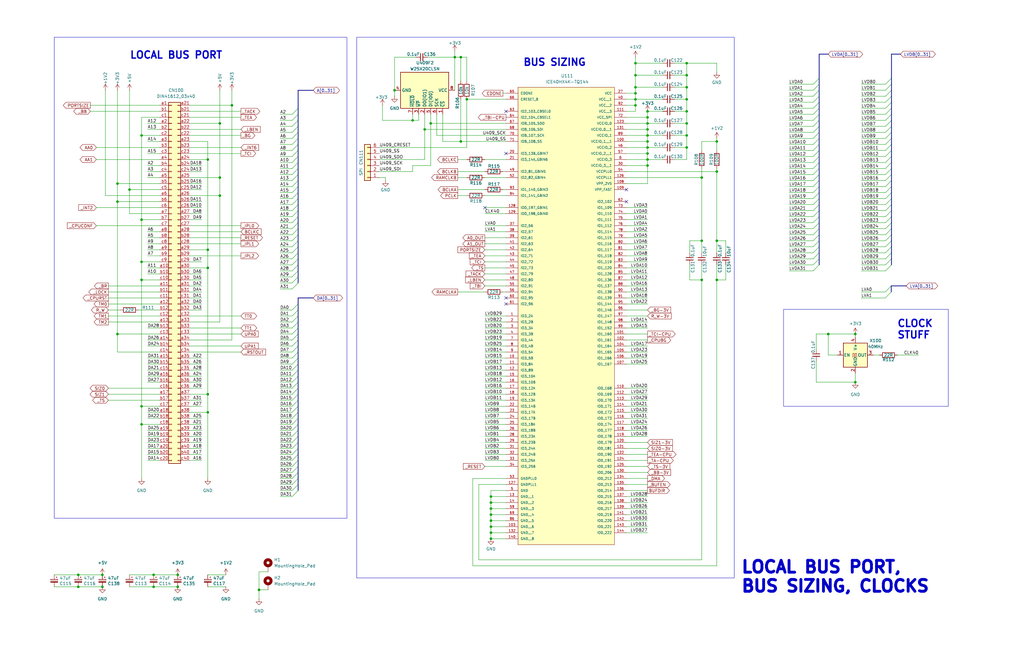
<source format=kicad_sch>
(kicad_sch (version 20231120) (generator "eeschema") (generator_version "8.0")
  (paper "B")
  (title_block (title "AmigaPCI 68040 Local Bus Card") (date "2024-10-26") (rev "4.0"))
  (junction (at 49.53 85.09))
  (junction (at 289.56 62.23))
  (junction (at 273.05 49.53))
  (junction (at 54.61 80.01))
  (junction (at 289.56 31.75))
  (junction (at 179.07 54.61))
  (junction (at 289.56 26.67))
  (junction (at 273.05 52.07))
  (junction (at 87.63 166.37))
  (junction (at 295.91 101.6))
  (junction (at 207.01 217.17))
  (junction (at 267.97 44.45))
  (junction (at 173.99 50.8))
  (junction (at 59.69 57.15))
  (junction (at 289.56 41.91))
  (junction (at 191.77 24.13))
  (junction (at 194.31 59.69))
  (junction (at 196.85 41.91))
  (junction (at 302.26 101.6))
  (junction (at 207.01 227.33))
  (junction (at 59.69 110.49))
  (junction (at 33.02 242.57))
  (junction (at 207.01 219.71))
  (junction (at 267.97 31.75))
  (junction (at 207.01 224.79))
  (junction (at 194.31 24.13))
  (junction (at 207.01 212.09))
  (junction (at 97.79 44.45))
  (junction (at 273.05 59.69))
  (junction (at 74.93 247.65))
  (junction (at 49.53 77.47))
  (junction (at 87.63 67.31))
  (junction (at 87.63 113.03))
  (junction (at 43.18 242.57))
  (junction (at 295.91 118.11))
  (junction (at 109.22 248.92))
  (junction (at 289.56 52.07))
  (junction (at 289.56 46.99))
  (junction (at 59.69 118.11))
  (junction (at 302.26 72.39))
  (junction (at 302.26 118.11))
  (junction (at 87.63 173.99))
  (junction (at 273.05 64.77))
  (junction (at 181.61 52.07))
  (junction (at 59.69 92.71))
  (junction (at 49.53 140.97))
  (junction (at 273.05 67.31))
  (junction (at 273.05 69.85))
  (junction (at 166.37 38.1))
  (junction (at 74.93 242.57))
  (junction (at 87.63 105.41))
  (junction (at 360.68 161.29))
  (junction (at 207.01 222.25))
  (junction (at 92.71 52.07))
  (junction (at 59.69 179.07))
  (junction (at 33.02 247.65))
  (junction (at 273.05 46.99))
  (junction (at 349.25 140.97))
  (junction (at 267.97 26.67))
  (junction (at 273.05 57.15))
  (junction (at 289.56 57.15))
  (junction (at 302.26 59.69))
  (junction (at 267.97 36.83))
  (junction (at 207.01 209.55))
  (junction (at 295.91 74.93))
  (junction (at 289.56 36.83))
  (junction (at 267.97 41.91))
  (junction (at 59.69 171.45))
  (junction (at 360.68 140.97))
  (junction (at 273.05 62.23))
  (junction (at 92.71 82.55))
  (junction (at 273.05 54.61))
  (junction (at 267.97 39.37))
  (junction (at 207.01 214.63))
  (junction (at 64.77 242.57))
  (junction (at 64.77 247.65))
  (junction (at 43.18 247.65))
  (junction (at 92.71 74.93))
  (no_connect (at 204.47 87.63))
  (no_connect (at 213.36 125.73))
  (no_connect (at 264.16 80.01))
  (no_connect (at 213.36 46.99))
  (no_connect (at 264.16 85.09))
  (no_connect (at 213.36 128.27))
  (no_connect (at 213.36 64.77))
  (bus_entry (at 373.38 109.22) (size 2.54 -2.54))
  (bus_entry (at 342.9 76.2) (size 2.54 -2.54))
  (bus_entry (at 123.19 201.93) (size 2.54 -2.54))
  (bus_entry (at 342.9 93.98) (size 2.54 -2.54))
  (bus_entry (at 123.19 101.6) (size 2.54 -2.54))
  (bus_entry (at 123.19 96.52) (size 2.54 -2.54))
  (bus_entry (at 342.9 111.76) (size 2.54 -2.54))
  (bus_entry (at 342.9 83.82) (size 2.54 -2.54))
  (bus_entry (at 123.19 88.9) (size 2.54 -2.54))
  (bus_entry (at 123.19 58.42) (size 2.54 -2.54))
  (bus_entry (at 342.9 58.42) (size 2.54 -2.54))
  (bus_entry (at 342.9 114.3) (size 2.54 -2.54))
  (bus_entry (at 123.19 146.05) (size 2.54 -2.54))
  (bus_entry (at 373.38 50.8) (size 2.54 -2.54))
  (bus_entry (at 123.19 83.82) (size 2.54 -2.54))
  (bus_entry (at 123.19 63.5) (size 2.54 -2.54))
  (bus_entry (at 373.38 45.72) (size 2.54 -2.54))
  (bus_entry (at 373.38 93.98) (size 2.54 -2.54))
  (bus_entry (at 123.19 194.31) (size 2.54 -2.54))
  (bus_entry (at 123.19 171.45) (size 2.54 -2.54))
  (bus_entry (at 373.38 38.1) (size 2.54 -2.54))
  (bus_entry (at 123.19 86.36) (size 2.54 -2.54))
  (bus_entry (at 373.38 68.58) (size 2.54 -2.54))
  (bus_entry (at 373.38 106.68) (size 2.54 -2.54))
  (bus_entry (at 123.19 121.92) (size 2.54 -2.54))
  (bus_entry (at 373.38 83.82) (size 2.54 -2.54))
  (bus_entry (at 373.38 111.76) (size 2.54 -2.54))
  (bus_entry (at 123.19 176.53) (size 2.54 -2.54))
  (bus_entry (at 123.19 48.26) (size 2.54 -2.54))
  (bus_entry (at 342.9 109.22) (size 2.54 -2.54))
  (bus_entry (at 342.9 81.28) (size 2.54 -2.54))
  (bus_entry (at 123.19 50.8) (size 2.54 -2.54))
  (bus_entry (at 123.19 133.35) (size 2.54 -2.54))
  (bus_entry (at 123.19 173.99) (size 2.54 -2.54))
  (bus_entry (at 123.19 106.68) (size 2.54 -2.54))
  (bus_entry (at 373.38 76.2) (size 2.54 -2.54))
  (bus_entry (at 342.9 55.88) (size 2.54 -2.54))
  (bus_entry (at 123.19 207.01) (size 2.54 -2.54))
  (bus_entry (at 123.19 181.61) (size 2.54 -2.54))
  (bus_entry (at 123.19 161.29) (size 2.54 -2.54))
  (bus_entry (at 373.38 71.12) (size 2.54 -2.54))
  (bus_entry (at 123.19 76.2) (size 2.54 -2.54))
  (bus_entry (at 342.9 78.74) (size 2.54 -2.54))
  (bus_entry (at 373.38 104.14) (size 2.54 -2.54))
  (bus_entry (at 123.19 158.75) (size 2.54 -2.54))
  (bus_entry (at 123.19 153.67) (size 2.54 -2.54))
  (bus_entry (at 342.9 45.72) (size 2.54 -2.54))
  (bus_entry (at 373.38 40.64) (size 2.54 -2.54))
  (bus_entry (at 342.9 63.5) (size 2.54 -2.54))
  (bus_entry (at 123.19 140.97) (size 2.54 -2.54))
  (bus_entry (at 123.19 143.51) (size 2.54 -2.54))
  (bus_entry (at 373.38 99.06) (size 2.54 -2.54))
  (bus_entry (at 123.19 93.98) (size 2.54 -2.54))
  (bus_entry (at 342.9 73.66) (size 2.54 -2.54))
  (bus_entry (at 123.19 204.47) (size 2.54 -2.54))
  (bus_entry (at 123.19 99.06) (size 2.54 -2.54))
  (bus_entry (at 123.19 151.13) (size 2.54 -2.54))
  (bus_entry (at 123.19 186.69) (size 2.54 -2.54))
  (bus_entry (at 123.19 71.12) (size 2.54 -2.54))
  (bus_entry (at 123.19 209.55) (size 2.54 -2.54))
  (bus_entry (at 373.29 123.19) (size 2.54 -2.54))
  (bus_entry (at 342.9 66.04) (size 2.54 -2.54))
  (bus_entry (at 123.19 66.04) (size 2.54 -2.54))
  (bus_entry (at 342.9 104.14) (size 2.54 -2.54))
  (bus_entry (at 123.19 119.38) (size 2.54 -2.54))
  (bus_entry (at 373.38 96.52) (size 2.54 -2.54))
  (bus_entry (at 342.9 48.26) (size 2.54 -2.54))
  (bus_entry (at 123.19 166.37) (size 2.54 -2.54))
  (bus_entry (at 123.19 91.44) (size 2.54 -2.54))
  (bus_entry (at 123.19 179.07) (size 2.54 -2.54))
  (bus_entry (at 373.38 35.56) (size 2.54 -2.54))
  (bus_entry (at 123.19 148.59) (size 2.54 -2.54))
  (bus_entry (at 373.38 63.5) (size 2.54 -2.54))
  (bus_entry (at 342.9 38.1) (size 2.54 -2.54))
  (bus_entry (at 373.38 58.42) (size 2.54 -2.54))
  (bus_entry (at 373.38 114.3) (size 2.54 -2.54))
  (bus_entry (at 123.19 163.83) (size 2.54 -2.54))
  (bus_entry (at 342.9 99.06) (size 2.54 -2.54))
  (bus_entry (at 342.9 60.96) (size 2.54 -2.54))
  (bus_entry (at 342.9 43.18) (size 2.54 -2.54))
  (bus_entry (at 373.38 73.66) (size 2.54 -2.54))
  (bus_entry (at 123.19 138.43) (size 2.54 -2.54))
  (bus_entry (at 123.19 199.39) (size 2.54 -2.54))
  (bus_entry (at 342.9 40.64) (size 2.54 -2.54))
  (bus_entry (at 123.19 53.34) (size 2.54 -2.54))
  (bus_entry (at 373.38 78.74) (size 2.54 -2.54))
  (bus_entry (at 123.19 60.96) (size 2.54 -2.54))
  (bus_entry (at 373.38 101.6) (size 2.54 -2.54))
  (bus_entry (at 342.9 35.56) (size 2.54 -2.54))
  (bus_entry (at 123.19 55.88) (size 2.54 -2.54))
  (bus_entry (at 342.9 68.58) (size 2.54 -2.54))
  (bus_entry (at 342.9 91.44) (size 2.54 -2.54))
  (bus_entry (at 123.19 196.85) (size 2.54 -2.54))
  (bus_entry (at 342.9 53.34) (size 2.54 -2.54))
  (bus_entry (at 123.19 189.23) (size 2.54 -2.54))
  (bus_entry (at 123.19 156.21) (size 2.54 -2.54))
  (bus_entry (at 123.19 73.66) (size 2.54 -2.54))
  (bus_entry (at 342.9 88.9) (size 2.54 -2.54))
  (bus_entry (at 373.38 86.36) (size 2.54 -2.54))
  (bus_entry (at 342.9 96.52) (size 2.54 -2.54))
  (bus_entry (at 373.38 66.04) (size 2.54 -2.54))
  (bus_entry (at 373.38 60.96) (size 2.54 -2.54))
  (bus_entry (at 373.29 125.73) (size 2.54 -2.54))
  (bus_entry (at 342.9 50.8) (size 2.54 -2.54))
  (bus_entry (at 373.38 91.44) (size 2.54 -2.54))
  (bus_entry (at 373.38 81.28) (size 2.54 -2.54))
  (bus_entry (at 373.38 43.18) (size 2.54 -2.54))
  (bus_entry (at 373.38 53.34) (size 2.54 -2.54))
  (bus_entry (at 123.19 104.14) (size 2.54 -2.54))
  (bus_entry (at 123.19 81.28) (size 2.54 -2.54))
  (bus_entry (at 123.19 135.89) (size 2.54 -2.54))
  (bus_entry (at 123.19 68.58) (size 2.54 -2.54))
  (bus_entry (at 123.19 78.74) (size 2.54 -2.54))
  (bus_entry (at 373.38 88.9) (size 2.54 -2.54))
  (bus_entry (at 123.19 168.91) (size 2.54 -2.54))
  (bus_entry (at 123.19 191.77) (size 2.54 -2.54))
  (bus_entry (at 373.38 48.26) (size 2.54 -2.54))
  (bus_entry (at 342.9 101.6) (size 2.54 -2.54))
  (bus_entry (at 342.9 71.12) (size 2.54 -2.54))
  (bus_entry (at 373.38 55.88) (size 2.54 -2.54))
  (bus_entry (at 123.19 114.3) (size 2.54 -2.54))
  (bus_entry (at 123.19 116.84) (size 2.54 -2.54))
  (bus_entry (at 123.19 109.22) (size 2.54 -2.54))
  (bus_entry (at 123.19 184.15) (size 2.54 -2.54))
  (bus_entry (at 342.9 86.36) (size 2.54 -2.54))
  (bus_entry (at 123.19 111.76) (size 2.54 -2.54))
  (bus_entry (at 342.9 106.68) (size 2.54 -2.54))
  (bus_entry (at 123.19 130.81) (size 2.54 -2.54))
  (wire (pts (xy 204.47 140.97) (xy 213.36 140.97)))
  (wire (pts (xy 264.16 201.93) (xy 273.05 201.93)))
  (bus (pts (xy 345.44 101.6) (xy 345.44 104.14)))
  (wire (pts (xy 264.16 102.87) (xy 273.05 102.87)))
  (wire (pts (xy 212.09 39.37) (xy 213.36 39.37)))
  (wire (pts (xy 118.11 176.53) (xy 123.19 176.53)))
  (bus (pts (xy 375.92 68.58) (xy 375.92 71.12)))
  (wire (pts (xy 181.61 52.07) (xy 213.36 52.07)))
  (bus (pts (xy 125.73 111.76) (xy 125.73 114.3)))
  (wire (pts (xy 204.47 153.67) (xy 213.36 153.67)))
  (bus (pts (xy 345.44 76.2) (xy 345.44 78.74)))
  (wire (pts (xy 264.16 97.79) (xy 273.05 97.79)))
  (wire (pts (xy 273.05 59.69) (xy 273.05 62.23)))
  (wire (pts (xy 85.09 168.91) (xy 80.01 168.91)))
  (wire (pts (xy 118.11 207.01) (xy 123.19 207.01)))
  (wire (pts (xy 207.01 207.01) (xy 207.01 209.55)))
  (wire (pts (xy 363.22 53.34) (xy 373.38 53.34)))
  (bus (pts (xy 345.44 38.1) (xy 345.44 40.64)))
  (wire (pts (xy 273.05 130.81) (xy 264.16 130.81)))
  (wire (pts (xy 363.22 101.6) (xy 373.38 101.6)))
  (wire (pts (xy 191.77 38.1) (xy 191.77 24.13)))
  (wire (pts (xy 264.16 214.63) (xy 273.05 214.63)))
  (bus (pts (xy 375.92 109.22) (xy 375.92 111.76)))
  (wire (pts (xy 44.45 82.55) (xy 67.31 82.55)))
  (bus (pts (xy 345.44 104.14) (xy 345.44 106.68)))
  (wire (pts (xy 290.83 101.6) (xy 295.91 101.6)))
  (wire (pts (xy 118.11 189.23) (xy 123.19 189.23)))
  (wire (pts (xy 80.01 113.03) (xy 87.63 113.03)))
  (bus (pts (xy 125.73 163.83) (xy 125.73 161.29)))
  (wire (pts (xy 62.23 186.69) (xy 67.31 186.69)))
  (wire (pts (xy 118.11 68.58) (xy 123.19 68.58)))
  (bus (pts (xy 125.73 66.04) (xy 125.73 68.58)))
  (wire (pts (xy 64.77 242.57) (xy 74.93 242.57)))
  (wire (pts (xy 85.09 72.39) (xy 80.01 72.39)))
  (bus (pts (xy 375.92 101.6) (xy 375.92 104.14)))
  (wire (pts (xy 45.72 128.27) (xy 67.31 128.27)))
  (wire (pts (xy 196.85 62.23) (xy 196.85 41.91)))
  (wire (pts (xy 344.17 152.4) (xy 344.17 161.29)))
  (wire (pts (xy 264.16 115.57) (xy 273.05 115.57)))
  (bus (pts (xy 125.73 171.45) (xy 125.73 168.91)))
  (bus (pts (xy 125.73 199.39) (xy 125.73 196.85)))
  (wire (pts (xy 80.01 143.51) (xy 97.79 143.51)))
  (wire (pts (xy 54.61 38.1) (xy 54.61 80.01)))
  (wire (pts (xy 118.11 60.96) (xy 123.19 60.96)))
  (bus (pts (xy 125.73 71.12) (xy 125.73 73.66)))
  (wire (pts (xy 59.69 118.11) (xy 59.69 171.45)))
  (wire (pts (xy 179.07 48.26) (xy 179.07 54.61)))
  (bus (pts (xy 125.73 153.67) (xy 125.73 151.13)))
  (wire (pts (xy 213.36 146.05) (xy 204.47 146.05)))
  (wire (pts (xy 213.36 181.61) (xy 204.47 181.61)))
  (wire (pts (xy 332.74 35.56) (xy 342.9 35.56)))
  (wire (pts (xy 118.11 96.52) (xy 123.19 96.52)))
  (wire (pts (xy 204.47 107.95) (xy 213.36 107.95)))
  (wire (pts (xy 87.63 59.69) (xy 87.63 67.31)))
  (wire (pts (xy 85.09 110.49) (xy 80.01 110.49)))
  (bus (pts (xy 125.73 138.43) (xy 125.73 135.89)))
  (wire (pts (xy 62.23 153.67) (xy 67.31 153.67)))
  (wire (pts (xy 62.23 52.07) (xy 67.31 52.07)))
  (bus (pts (xy 345.44 68.58) (xy 345.44 71.12)))
  (wire (pts (xy 273.05 135.89) (xy 264.16 135.89)))
  (wire (pts (xy 289.56 36.83) (xy 289.56 31.75)))
  (wire (pts (xy 363.22 76.2) (xy 373.38 76.2)))
  (wire (pts (xy 196.85 67.31) (xy 193.04 67.31)))
  (wire (pts (xy 363.22 91.44) (xy 373.38 91.44)))
  (wire (pts (xy 378.46 149.86) (xy 387.35 149.86)))
  (wire (pts (xy 33.02 242.57) (xy 43.18 242.57)))
  (bus (pts (xy 125.73 161.29) (xy 125.73 158.75)))
  (bus (pts (xy 125.73 156.21) (xy 125.73 153.67)))
  (wire (pts (xy 267.97 36.83) (xy 279.4 36.83)))
  (wire (pts (xy 264.16 168.91) (xy 273.05 168.91)))
  (wire (pts (xy 332.74 99.06) (xy 342.9 99.06)))
  (wire (pts (xy 80.01 67.31) (xy 87.63 67.31)))
  (bus (pts (xy 345.44 99.06) (xy 345.44 101.6)))
  (wire (pts (xy 62.23 100.33) (xy 67.31 100.33)))
  (wire (pts (xy 118.11 78.74) (xy 123.19 78.74)))
  (bus (pts (xy 125.73 143.51) (xy 125.73 140.97)))
  (bus (pts (xy 375.92 58.42) (xy 375.92 60.96)))
  (wire (pts (xy 92.71 82.55) (xy 92.71 135.89)))
  (wire (pts (xy 201.93 204.47) (xy 213.36 204.47)))
  (wire (pts (xy 332.74 68.58) (xy 342.9 68.58)))
  (bus (pts (xy 125.73 166.37) (xy 125.73 163.83)))
  (wire (pts (xy 85.09 69.85) (xy 80.01 69.85)))
  (wire (pts (xy 80.01 102.87) (xy 101.6 102.87)))
  (wire (pts (xy 59.69 92.71) (xy 67.31 92.71)))
  (bus (pts (xy 125.73 181.61) (xy 125.73 179.07)))
  (wire (pts (xy 264.16 128.27) (xy 273.05 128.27)))
  (wire (pts (xy 332.74 93.98) (xy 342.9 93.98)))
  (wire (pts (xy 64.77 247.65) (xy 74.93 247.65)))
  (wire (pts (xy 62.23 97.79) (xy 67.31 97.79)))
  (wire (pts (xy 332.74 109.22) (xy 342.9 109.22)))
  (wire (pts (xy 204.47 143.51) (xy 213.36 143.51)))
  (wire (pts (xy 273.05 133.35) (xy 264.16 133.35)))
  (wire (pts (xy 332.74 40.64) (xy 342.9 40.64)))
  (bus (pts (xy 375.92 35.56) (xy 375.92 38.1)))
  (wire (pts (xy 62.23 161.29) (xy 67.31 161.29)))
  (wire (pts (xy 62.23 146.05) (xy 67.31 146.05)))
  (wire (pts (xy 363.22 40.64) (xy 373.38 40.64)))
  (wire (pts (xy 118.11 58.42) (xy 123.19 58.42)))
  (wire (pts (xy 85.09 176.53) (xy 80.01 176.53)))
  (wire (pts (xy 85.09 120.65) (xy 80.01 120.65)))
  (wire (pts (xy 207.01 209.55) (xy 207.01 212.09)))
  (wire (pts (xy 204.47 123.19) (xy 193.04 123.19)))
  (wire (pts (xy 213.36 186.69) (xy 204.47 186.69)))
  (bus (pts (xy 345.44 53.34) (xy 345.44 55.88)))
  (wire (pts (xy 363.22 48.26) (xy 373.38 48.26)))
  (wire (pts (xy 118.11 73.66) (xy 123.19 73.66)))
  (bus (pts (xy 125.73 204.47) (xy 125.73 201.93)))
  (wire (pts (xy 80.01 148.59) (xy 101.6 148.59)))
  (wire (pts (xy 332.74 86.36) (xy 342.9 86.36)))
  (wire (pts (xy 204.47 113.03) (xy 213.36 113.03)))
  (wire (pts (xy 80.01 140.97) (xy 101.6 140.97)))
  (wire (pts (xy 118.11 116.84) (xy 123.19 116.84)))
  (wire (pts (xy 289.56 26.67) (xy 284.48 26.67)))
  (wire (pts (xy 267.97 41.91) (xy 267.97 44.45)))
  (bus (pts (xy 375.92 99.06) (xy 375.92 101.6)))
  (wire (pts (xy 332.74 43.18) (xy 342.9 43.18)))
  (wire (pts (xy 264.16 95.25) (xy 273.05 95.25)))
  (wire (pts (xy 85.09 130.81) (xy 80.01 130.81)))
  (wire (pts (xy 349.25 140.97) (xy 360.68 140.97)))
  (wire (pts (xy 85.09 184.15) (xy 80.01 184.15)))
  (wire (pts (xy 273.05 62.23) (xy 279.4 62.23)))
  (wire (pts (xy 264.16 118.11) (xy 273.05 118.11)))
  (wire (pts (xy 332.74 76.2) (xy 342.9 76.2)))
  (wire (pts (xy 49.53 148.59) (xy 49.53 140.97)))
  (bus (pts (xy 125.73 207.01) (xy 125.73 204.47)))
  (wire (pts (xy 264.16 146.05) (xy 273.05 146.05)))
  (wire (pts (xy 213.36 87.63) (xy 204.47 87.63)))
  (wire (pts (xy 267.97 24.13) (xy 267.97 26.67)))
  (wire (pts (xy 179.07 54.61) (xy 179.07 67.31)))
  (bus (pts (xy 125.73 68.58) (xy 125.73 71.12)))
  (wire (pts (xy 273.05 140.97) (xy 264.16 140.97)))
  (wire (pts (xy 179.07 67.31) (xy 160.02 67.31)))
  (wire (pts (xy 80.01 173.99) (xy 87.63 173.99)))
  (bus (pts (xy 345.44 109.22) (xy 345.44 111.76)))
  (wire (pts (xy 273.05 67.31) (xy 273.05 69.85)))
  (wire (pts (xy 62.23 184.15) (xy 67.31 184.15)))
  (wire (pts (xy 85.09 171.45) (xy 80.01 171.45)))
  (wire (pts (xy 118.11 184.15) (xy 123.19 184.15)))
  (wire (pts (xy 191.77 24.13) (xy 191.77 21.59)))
  (wire (pts (xy 332.74 106.68) (xy 342.9 106.68)))
  (wire (pts (xy 349.25 149.86) (xy 349.25 140.97)))
  (wire (pts (xy 273.05 49.53) (xy 273.05 52.07)))
  (wire (pts (xy 332.74 60.96) (xy 342.9 60.96)))
  (wire (pts (xy 273.05 46.99) (xy 273.05 49.53)))
  (wire (pts (xy 62.23 113.03) (xy 67.31 113.03)))
  (wire (pts (xy 207.01 212.09) (xy 213.36 212.09)))
  (wire (pts (xy 118.11 81.28) (xy 123.19 81.28)))
  (bus (pts (xy 345.44 71.12) (xy 345.44 73.66)))
  (bus (pts (xy 345.44 93.98) (xy 345.44 96.52)))
  (bus (pts (xy 345.44 55.88) (xy 345.44 58.42)))
  (wire (pts (xy 273.05 181.61) (xy 264.16 181.61)))
  (wire (pts (xy 109.22 241.3) (xy 109.22 248.92)))
  (wire (pts (xy 196.85 24.13) (xy 194.31 24.13)))
  (wire (pts (xy 363.22 88.9) (xy 373.38 88.9)))
  (wire (pts (xy 109.22 248.92) (xy 113.03 248.92)))
  (wire (pts (xy 109.22 248.92) (xy 109.22 252.73)))
  (wire (pts (xy 204.47 97.79) (xy 213.36 97.79)))
  (wire (pts (xy 161.29 50.8) (xy 173.99 50.8)))
  (wire (pts (xy 118.11 194.31) (xy 123.19 194.31)))
  (bus (pts (xy 125.73 73.66) (xy 125.73 76.2)))
  (wire (pts (xy 59.69 171.45) (xy 67.31 171.45)))
  (wire (pts (xy 213.36 156.21) (xy 204.47 156.21)))
  (wire (pts (xy 59.69 179.07) (xy 59.69 201.93)))
  (wire (pts (xy 45.72 163.83) (xy 67.31 163.83)))
  (wire (pts (xy 85.09 186.69) (xy 80.01 186.69)))
  (wire (pts (xy 44.45 38.1) (xy 44.45 82.55)))
  (bus (pts (xy 375.92 78.74) (xy 375.92 81.28)))
  (wire (pts (xy 264.16 209.55) (xy 273.05 209.55)))
  (wire (pts (xy 181.61 69.85) (xy 173.99 69.85)))
  (wire (pts (xy 62.23 138.43) (xy 67.31 138.43)))
  (wire (pts (xy 273.05 179.07) (xy 264.16 179.07)))
  (wire (pts (xy 273.05 191.77) (xy 264.16 191.77)))
  (wire (pts (xy 284.48 67.31) (xy 289.56 67.31)))
  (wire (pts (xy 118.11 104.14) (xy 123.19 104.14)))
  (wire (pts (xy 173.99 69.85) (xy 173.99 72.39)))
  (wire (pts (xy 267.97 26.67) (xy 279.4 26.67)))
  (bus (pts (xy 125.73 140.97) (xy 125.73 138.43)))
  (wire (pts (xy 264.16 107.95) (xy 273.05 107.95)))
  (wire (pts (xy 80.01 74.93) (xy 92.71 74.93)))
  (wire (pts (xy 302.26 101.6) (xy 306.07 101.6)))
  (wire (pts (xy 118.11 204.47) (xy 123.19 204.47)))
  (wire (pts (xy 118.11 179.07) (xy 123.19 179.07)))
  (wire (pts (xy 80.01 107.95) (xy 101.6 107.95)))
  (wire (pts (xy 332.74 81.28) (xy 342.9 81.28)))
  (wire (pts (xy 213.36 176.53) (xy 204.47 176.53)))
  (wire (pts (xy 273.05 138.43) (xy 264.16 138.43)))
  (wire (pts (xy 118.11 158.75) (xy 123.19 158.75)))
  (wire (pts (xy 273.05 52.07) (xy 279.4 52.07)))
  (wire (pts (xy 87.63 247.65) (xy 95.25 247.65)))
  (wire (pts (xy 273.05 186.69) (xy 264.16 186.69)))
  (bus (pts (xy 345.44 73.66) (xy 345.44 76.2)))
  (wire (pts (xy 264.16 46.99) (xy 267.97 46.99)))
  (bus (pts (xy 345.44 86.36) (xy 345.44 88.9)))
  (wire (pts (xy 290.83 118.11) (xy 295.91 118.11)))
  (bus (pts (xy 375.92 45.72) (xy 375.92 48.26)))
  (bus (pts (xy 125.73 101.6) (xy 125.73 104.14)))
  (wire (pts (xy 85.09 87.63) (xy 80.01 87.63)))
  (wire (pts (xy 289.56 31.75) (xy 289.56 26.67)))
  (bus (pts (xy 375.92 43.18) (xy 375.92 45.72)))
  (wire (pts (xy 80.01 138.43) (xy 101.6 138.43)))
  (wire (pts (xy 264.16 39.37) (xy 267.97 39.37)))
  (wire (pts (xy 59.69 171.45) (xy 59.69 179.07)))
  (wire (pts (xy 80.01 64.77) (xy 101.6 64.77)))
  (wire (pts (xy 264.16 153.67) (xy 273.05 153.67)))
  (bus (pts (xy 345.44 88.9) (xy 345.44 91.44)))
  (wire (pts (xy 264.16 110.49) (xy 273.05 110.49)))
  (wire (pts (xy 289.56 46.99) (xy 289.56 52.07)))
  (bus (pts (xy 345.44 33.02) (xy 345.44 35.56)))
  (wire (pts (xy 360.68 157.48) (xy 360.68 161.29)))
  (wire (pts (xy 273.05 54.61) (xy 273.05 57.15)))
  (bus (pts (xy 125.73 201.93) (xy 125.73 199.39)))
  (bus (pts (xy 125.73 133.35) (xy 125.73 130.81)))
  (wire (pts (xy 118.11 53.34) (xy 123.19 53.34)))
  (wire (pts (xy 59.69 49.53) (xy 67.31 49.53)))
  (wire (pts (xy 118.11 119.38) (xy 123.19 119.38)))
  (wire (pts (xy 289.56 62.23) (xy 289.56 67.31)))
  (bus (pts (xy 125.73 55.88) (xy 125.73 58.42)))
  (wire (pts (xy 264.16 59.69) (xy 273.05 59.69)))
  (wire (pts (xy 85.09 115.57) (xy 80.01 115.57)))
  (bus (pts (xy 125.73 148.59) (xy 125.73 146.05)))
  (bus (pts (xy 125.73 176.53) (xy 125.73 173.99)))
  (wire (pts (xy 363.22 93.98) (xy 373.38 93.98)))
  (wire (pts (xy 194.31 41.91) (xy 194.31 59.69)))
  (bus (pts (xy 375.92 106.68) (xy 375.92 109.22)))
  (wire (pts (xy 204.47 95.25) (xy 213.36 95.25)))
  (bus (pts (xy 125.73 88.9) (xy 125.73 91.44)))
  (wire (pts (xy 207.01 217.17) (xy 207.01 219.71)))
  (wire (pts (xy 273.05 62.23) (xy 273.05 64.77)))
  (wire (pts (xy 273.05 184.15) (xy 264.16 184.15)))
  (bus (pts (xy 125.73 116.84) (xy 125.73 119.38)))
  (wire (pts (xy 22.86 247.65) (xy 33.02 247.65)))
  (bus (pts (xy 375.92 81.28) (xy 375.92 83.82)))
  (wire (pts (xy 363.22 50.8) (xy 373.38 50.8)))
  (wire (pts (xy 85.09 194.31) (xy 80.01 194.31)))
  (wire (pts (xy 85.09 179.07) (xy 80.01 179.07)))
  (wire (pts (xy 213.36 194.31) (xy 204.47 194.31)))
  (wire (pts (xy 85.09 161.29) (xy 80.01 161.29)))
  (wire (pts (xy 204.47 171.45) (xy 213.36 171.45)))
  (wire (pts (xy 85.09 163.83) (xy 80.01 163.83)))
  (wire (pts (xy 363.22 99.06) (xy 373.38 99.06)))
  (wire (pts (xy 85.09 92.71) (xy 80.01 92.71)))
  (wire (pts (xy 332.74 83.82) (xy 342.9 83.82)))
  (wire (pts (xy 62.23 64.77) (xy 67.31 64.77)))
  (wire (pts (xy 181.61 48.26) (xy 181.61 52.07)))
  (wire (pts (xy 85.09 156.21) (xy 80.01 156.21)))
  (bus (pts (xy 345.44 63.5) (xy 345.44 66.04)))
  (wire (pts (xy 85.09 128.27) (xy 80.01 128.27)))
  (wire (pts (xy 80.01 54.61) (xy 101.6 54.61)))
  (bus (pts (xy 125.73 58.42) (xy 125.73 60.96)))
  (wire (pts (xy 59.69 92.71) (xy 59.69 110.49)))
  (bus (pts (xy 345.44 40.64) (xy 345.44 43.18)))
  (bus (pts (xy 125.73 109.22) (xy 125.73 111.76)))
  (wire (pts (xy 45.72 120.65) (xy 67.31 120.65)))
  (wire (pts (xy 186.69 59.69) (xy 186.69 48.26)))
  (wire (pts (xy 59.69 118.11) (xy 67.31 118.11)))
  (wire (pts (xy 332.74 73.66) (xy 342.9 73.66)))
  (wire (pts (xy 363.22 96.52) (xy 373.38 96.52)))
  (wire (pts (xy 207.01 222.25) (xy 207.01 224.79)))
  (bus (pts (xy 375.92 22.86) (xy 379.73 22.86)))
  (wire (pts (xy 80.01 52.07) (xy 92.71 52.07)))
  (wire (pts (xy 80.01 95.25) (xy 101.6 95.25)))
  (wire (pts (xy 173.99 48.26) (xy 173.99 50.8)))
  (wire (pts (xy 289.56 46.99) (xy 289.56 41.91)))
  (wire (pts (xy 62.23 74.93) (xy 67.31 74.93)))
  (wire (pts (xy 67.31 90.17) (xy 54.61 90.17)))
  (wire (pts (xy 264.16 67.31) (xy 273.05 67.31)))
  (wire (pts (xy 207.01 207.01) (xy 213.36 207.01)))
  (bus (pts (xy 375.92 66.04) (xy 375.92 68.58)))
  (wire (pts (xy 302.26 238.76) (xy 302.26 118.11)))
  (wire (pts (xy 264.16 207.01) (xy 273.05 207.01)))
  (wire (pts (xy 295.91 59.69) (xy 302.26 59.69)))
  (bus (pts (xy 125.73 186.69) (xy 125.73 184.15)))
  (wire (pts (xy 295.91 63.5) (xy 295.91 59.69)))
  (wire (pts (xy 80.01 97.79) (xy 101.6 97.79)))
  (wire (pts (xy 213.36 74.93) (xy 204.47 74.93)))
  (wire (pts (xy 332.74 58.42) (xy 342.9 58.42)))
  (wire (pts (xy 62.23 54.61) (xy 67.31 54.61)))
  (wire (pts (xy 332.74 71.12) (xy 342.9 71.12)))
  (wire (pts (xy 273.05 173.99) (xy 264.16 173.99)))
  (wire (pts (xy 59.69 110.49) (xy 67.31 110.49)))
  (wire (pts (xy 273.05 143.51) (xy 264.16 143.51)))
  (wire (pts (xy 87.63 67.31) (xy 87.63 105.41)))
  (wire (pts (xy 273.05 77.47) (xy 264.16 77.47)))
  (wire (pts (xy 54.61 247.65) (xy 64.77 247.65)))
  (wire (pts (xy 80.01 44.45) (xy 97.79 44.45)))
  (wire (pts (xy 85.09 123.19) (xy 80.01 123.19)))
  (bus (pts (xy 345.44 48.26) (xy 345.44 50.8)))
  (wire (pts (xy 363.13 125.73) (xy 373.29 125.73)))
  (wire (pts (xy 80.01 133.35) (xy 101.6 133.35)))
  (wire (pts (xy 199.39 201.93) (xy 213.36 201.93)))
  (wire (pts (xy 284.48 31.75) (xy 289.56 31.75)))
  (wire (pts (xy 118.11 93.98) (xy 123.19 93.98)))
  (wire (pts (xy 363.22 114.3) (xy 373.38 114.3)))
  (wire (pts (xy 363.22 104.14) (xy 373.38 104.14)))
  (wire (pts (xy 45.72 168.91) (xy 67.31 168.91)))
  (wire (pts (xy 118.11 109.22) (xy 123.19 109.22)))
  (wire (pts (xy 207.01 214.63) (xy 213.36 214.63)))
  (bus (pts (xy 125.73 48.26) (xy 125.73 50.8)))
  (wire (pts (xy 213.36 82.55) (xy 204.47 82.55)))
  (wire (pts (xy 344.17 140.97) (xy 344.17 147.32)))
  (wire (pts (xy 363.22 78.74) (xy 373.38 78.74)))
  (wire (pts (xy 118.11 130.81) (xy 123.19 130.81)))
  (wire (pts (xy 213.36 67.31) (xy 204.47 67.31)))
  (wire (pts (xy 363.22 81.28) (xy 373.38 81.28)))
  (bus (pts (xy 125.73 53.34) (xy 125.73 55.88)))
  (wire (pts (xy 45.72 135.89) (xy 67.31 135.89)))
  (bus (pts (xy 375.92 63.5) (xy 375.92 66.04)))
  (wire (pts (xy 207.01 217.17) (xy 213.36 217.17)))
  (wire (pts (xy 166.37 40.64) (xy 166.37 38.1)))
  (wire (pts (xy 204.47 80.01) (xy 193.04 80.01)))
  (wire (pts (xy 213.36 184.15) (xy 204.47 184.15)))
  (wire (pts (xy 199.39 201.93) (xy 199.39 238.76)))
  (wire (pts (xy 204.47 135.89) (xy 213.36 135.89)))
  (wire (pts (xy 267.97 41.91) (xy 279.4 41.91)))
  (bus (pts (xy 345.44 22.86) (xy 349.25 22.86)))
  (wire (pts (xy 54.61 80.01) (xy 67.31 80.01)))
  (wire (pts (xy 118.11 86.36) (xy 123.19 86.36)))
  (wire (pts (xy 118.11 76.2) (xy 123.19 76.2)))
  (wire (pts (xy 332.74 111.76) (xy 342.9 111.76)))
  (wire (pts (xy 295.91 71.12) (xy 295.91 74.93)))
  (wire (pts (xy 160.02 72.39) (xy 173.99 72.39)))
  (bus (pts (xy 125.73 63.5) (xy 125.73 66.04)))
  (wire (pts (xy 207.01 214.63) (xy 207.01 217.17)))
  (wire (pts (xy 62.23 107.95) (xy 67.31 107.95)))
  (wire (pts (xy 363.22 106.68) (xy 373.38 106.68)))
  (wire (pts (xy 273.05 57.15) (xy 273.05 59.69)))
  (wire (pts (xy 284.48 52.07) (xy 289.56 52.07)))
  (wire (pts (xy 363.22 71.12) (xy 373.38 71.12)))
  (wire (pts (xy 264.16 151.13) (xy 273.05 151.13)))
  (wire (pts (xy 363.22 60.96) (xy 373.38 60.96)))
  (wire (pts (xy 332.74 55.88) (xy 342.9 55.88)))
  (wire (pts (xy 273.05 67.31) (xy 279.4 67.31)))
  (bus (pts (xy 375.92 96.52) (xy 375.92 99.06)))
  (wire (pts (xy 40.64 95.25) (xy 67.31 95.25)))
  (wire (pts (xy 213.36 161.29) (xy 204.47 161.29)))
  (wire (pts (xy 80.01 46.99) (xy 101.6 46.99)))
  (wire (pts (xy 267.97 36.83) (xy 267.97 39.37)))
  (bus (pts (xy 375.92 50.8) (xy 375.92 53.34)))
  (wire (pts (xy 62.23 59.69) (xy 67.31 59.69)))
  (wire (pts (xy 196.85 82.55) (xy 193.04 82.55)))
  (bus (pts (xy 345.44 66.04) (xy 345.44 68.58)))
  (wire (pts (xy 332.74 91.44) (xy 342.9 91.44)))
  (wire (pts (xy 85.09 125.73) (xy 80.01 125.73)))
  (wire (pts (xy 92.71 135.89) (xy 80.01 135.89)))
  (wire (pts (xy 118.11 99.06) (xy 123.19 99.06)))
  (wire (pts (xy 118.11 143.51) (xy 123.19 143.51)))
  (wire (pts (xy 264.16 204.47) (xy 273.05 204.47)))
  (wire (pts (xy 85.09 80.01) (xy 80.01 80.01)))
  (bus (pts (xy 345.44 50.8) (xy 345.44 53.34)))
  (bus (pts (xy 345.44 81.28) (xy 345.44 83.82)))
  (wire (pts (xy 295.91 236.22) (xy 201.93 236.22)))
  (wire (pts (xy 273.05 199.39) (xy 264.16 199.39)))
  (bus (pts (xy 125.73 151.13) (xy 125.73 148.59)))
  (wire (pts (xy 85.09 181.61) (xy 80.01 181.61)))
  (wire (pts (xy 368.3 149.86) (xy 370.84 149.86)))
  (wire (pts (xy 302.26 26.67) (xy 302.26 30.48)))
  (wire (pts (xy 62.23 102.87) (xy 67.31 102.87)))
  (wire (pts (xy 85.09 118.11) (xy 80.01 118.11)))
  (wire (pts (xy 332.74 38.1) (xy 342.9 38.1)))
  (wire (pts (xy 213.36 118.11) (xy 204.47 118.11)))
  (wire (pts (xy 118.11 114.3) (xy 123.19 114.3)))
  (bus (pts (xy 375.83 120.65) (xy 382.18 120.65)))
  (wire (pts (xy 59.69 57.15) (xy 59.69 92.71)))
  (wire (pts (xy 363.22 83.82) (xy 373.38 83.82)))
  (wire (pts (xy 162.56 74.93) (xy 162.56 76.2)))
  (wire (pts (xy 196.85 34.29) (xy 196.85 24.13)))
  (wire (pts (xy 264.16 222.25) (xy 273.05 222.25)))
  (wire (pts (xy 207.01 219.71) (xy 213.36 219.71)))
  (bus (pts (xy 345.44 35.56) (xy 345.44 38.1)))
  (wire (pts (xy 62.23 69.85) (xy 67.31 69.85)))
  (wire (pts (xy 204.47 110.49) (xy 213.36 110.49)))
  (wire (pts (xy 118.11 111.76) (xy 123.19 111.76)))
  (bus (pts (xy 125.73 83.82) (xy 125.73 86.36)))
  (wire (pts (xy 267.97 39.37) (xy 267.97 41.91)))
  (wire (pts (xy 161.29 44.45) (xy 161.29 50.8)))
  (bus (pts (xy 125.73 191.77) (xy 125.73 189.23)))
  (wire (pts (xy 290.83 111.76) (xy 290.83 118.11)))
  (wire (pts (xy 160.02 62.23) (xy 196.85 62.23)))
  (wire (pts (xy 273.05 69.85) (xy 273.05 77.47)))
  (wire (pts (xy 363.22 55.88) (xy 373.38 55.88)))
  (wire (pts (xy 302.26 59.69) (xy 302.26 63.5)))
  (wire (pts (xy 118.11 138.43) (xy 123.19 138.43)))
  (bus (pts (xy 125.73 50.8) (xy 125.73 53.34)))
  (bus (pts (xy 375.92 73.66) (xy 375.92 76.2)))
  (wire (pts (xy 264.16 217.17) (xy 273.05 217.17)))
  (wire (pts (xy 118.11 209.55) (xy 123.19 209.55)))
  (wire (pts (xy 87.63 173.99) (xy 87.63 201.93)))
  (bus (pts (xy 375.92 86.36) (xy 375.92 88.9)))
  (wire (pts (xy 118.11 161.29) (xy 123.19 161.29)))
  (bus (pts (xy 125.73 114.3) (xy 125.73 116.84)))
  (wire (pts (xy 45.72 133.35) (xy 67.31 133.35)))
  (wire (pts (xy 284.48 46.99) (xy 289.56 46.99)))
  (wire (pts (xy 273.05 64.77) (xy 273.05 67.31)))
  (wire (pts (xy 22.86 242.57) (xy 33.02 242.57)))
  (bus (pts (xy 125.73 45.72) (xy 125.73 48.26)))
  (wire (pts (xy 184.15 57.15) (xy 213.36 57.15)))
  (wire (pts (xy 59.69 57.15) (xy 67.31 57.15)))
  (bus (pts (xy 345.44 83.82) (xy 345.44 86.36)))
  (bus (pts (xy 125.73 91.44) (xy 125.73 93.98)))
  (wire (pts (xy 363.22 38.1) (xy 373.38 38.1)))
  (wire (pts (xy 273.05 57.15) (xy 279.4 57.15)))
  (bus (pts (xy 375.92 38.1) (xy 375.92 40.64)))
  (wire (pts (xy 80.01 59.69) (xy 87.63 59.69)))
  (wire (pts (xy 184.15 57.15) (xy 184.15 48.26)))
  (wire (pts (xy 363.22 111.76) (xy 373.38 111.76)))
  (wire (pts (xy 62.23 191.77) (xy 67.31 191.77)))
  (wire (pts (xy 273.05 194.31) (xy 264.16 194.31)))
  (wire (pts (xy 118.11 201.93) (xy 123.19 201.93)))
  (wire (pts (xy 204.47 191.77) (xy 213.36 191.77)))
  (wire (pts (xy 80.01 105.41) (xy 87.63 105.41)))
  (wire (pts (xy 264.16 74.93) (xy 295.91 74.93)))
  (wire (pts (xy 118.11 196.85) (xy 123.19 196.85)))
  (bus (pts (xy 125.73 146.05) (xy 125.73 143.51)))
  (wire (pts (xy 201.93 236.22) (xy 201.93 204.47)))
  (wire (pts (xy 213.36 173.99) (xy 204.47 173.99)))
  (wire (pts (xy 204.47 151.13) (xy 213.36 151.13)))
  (wire (pts (xy 118.11 66.04) (xy 123.19 66.04)))
  (wire (pts (xy 62.23 173.99) (xy 67.31 173.99)))
  (wire (pts (xy 92.71 38.1) (xy 92.71 52.07)))
  (wire (pts (xy 204.47 133.35) (xy 213.36 133.35)))
  (wire (pts (xy 62.23 176.53) (xy 67.31 176.53)))
  (wire (pts (xy 213.36 158.75) (xy 204.47 158.75)))
  (wire (pts (xy 207.01 219.71) (xy 207.01 222.25)))
  (wire (pts (xy 54.61 80.01) (xy 54.61 90.17)))
  (bus (pts (xy 375.92 104.14) (xy 375.92 106.68)))
  (wire (pts (xy 264.16 148.59) (xy 273.05 148.59)))
  (wire (pts (xy 97.79 44.45) (xy 97.79 143.51)))
  (wire (pts (xy 344.17 140.97) (xy 349.25 140.97)))
  (wire (pts (xy 264.16 176.53) (xy 273.05 176.53)))
  (wire (pts (xy 118.11 63.5) (xy 123.19 63.5)))
  (wire (pts (xy 118.11 186.69) (xy 123.19 186.69)))
  (wire (pts (xy 289.56 57.15) (xy 289.56 62.23)))
  (wire (pts (xy 273.05 171.45) (xy 264.16 171.45)))
  (wire (pts (xy 204.47 102.87) (xy 213.36 102.87)))
  (wire (pts (xy 118.11 48.26) (xy 123.19 48.26)))
  (bus (pts (xy 125.73 86.36) (xy 125.73 88.9)))
  (wire (pts (xy 118.11 151.13) (xy 123.19 151.13)))
  (wire (pts (xy 62.23 72.39) (xy 67.31 72.39)))
  (bus (pts (xy 125.73 38.1) (xy 132.08 38.1)))
  (wire (pts (xy 332.74 114.3) (xy 342.9 114.3)))
  (wire (pts (xy 49.53 140.97) (xy 67.31 140.97)))
  (wire (pts (xy 67.31 148.59) (xy 49.53 148.59)))
  (wire (pts (xy 45.72 130.81) (xy 50.8 130.81)))
  (wire (pts (xy 45.72 166.37) (xy 67.31 166.37)))
  (bus (pts (xy 345.44 58.42) (xy 345.44 60.96)))
  (bus (pts (xy 375.92 48.26) (xy 375.92 50.8)))
  (wire (pts (xy 284.48 57.15) (xy 289.56 57.15)))
  (wire (pts (xy 273.05 224.79) (xy 264.16 224.79)))
  (wire (pts (xy 33.02 247.65) (xy 43.18 247.65)))
  (bus (pts (xy 345.44 60.96) (xy 345.44 63.5)))
  (bus (pts (xy 375.92 83.82) (xy 375.92 86.36)))
  (wire (pts (xy 264.16 120.65) (xy 273.05 120.65)))
  (bus (pts (xy 125.73 99.06) (xy 125.73 101.6)))
  (wire (pts (xy 49.53 38.1) (xy 49.53 77.47)))
  (bus (pts (xy 375.92 53.34) (xy 375.92 55.88)))
  (wire (pts (xy 213.36 115.57) (xy 204.47 115.57)))
  (wire (pts (xy 87.63 113.03) (xy 87.63 166.37)))
  (wire (pts (xy 92.71 52.07) (xy 92.71 74.93)))
  (wire (pts (xy 207.01 222.25) (xy 213.36 222.25)))
  (wire (pts (xy 45.72 125.73) (xy 67.31 125.73)))
  (bus (pts (xy 375.92 40.64) (xy 375.92 43.18)))
  (bus (pts (xy 345.44 43.18) (xy 345.44 45.72)))
  (wire (pts (xy 332.74 66.04) (xy 342.9 66.04)))
  (wire (pts (xy 62.23 158.75) (xy 67.31 158.75)))
  (bus (pts (xy 125.73 104.14) (xy 125.73 106.68)))
  (wire (pts (xy 332.74 96.52) (xy 342.9 96.52)))
  (wire (pts (xy 191.77 24.13) (xy 180.34 24.13)))
  (wire (pts (xy 264.16 163.83) (xy 273.05 163.83)))
  (wire (pts (xy 80.01 57.15) (xy 101.6 57.15)))
  (wire (pts (xy 264.16 72.39) (xy 302.26 72.39)))
  (wire (pts (xy 85.09 189.23) (xy 80.01 189.23)))
  (wire (pts (xy 264.16 49.53) (xy 273.05 49.53)))
  (wire (pts (xy 295.91 74.93) (xy 295.91 101.6)))
  (bus (pts (xy 375.92 60.96) (xy 375.92 63.5)))
  (bus (pts (xy 125.73 38.1) (xy 125.73 45.72)))
  (bus (pts (xy 125.73 93.98) (xy 125.73 96.52)))
  (wire (pts (xy 302.26 72.39) (xy 302.26 101.6)))
  (wire (pts (xy 204.47 100.33) (xy 213.36 100.33)))
  (wire (pts (xy 264.16 64.77) (xy 273.05 64.77)))
  (wire (pts (xy 80.01 49.53) (xy 101.6 49.53)))
  (wire (pts (xy 264.16 87.63) (xy 273.05 87.63)))
  (wire (pts (xy 213.36 123.19) (xy 212.09 123.19)))
  (wire (pts (xy 118.11 168.91) (xy 123.19 168.91)))
  (bus (pts (xy 125.73 81.28) (xy 125.73 83.82)))
  (bus (pts (xy 375.92 91.44) (xy 375.92 93.98)))
  (wire (pts (xy 264.16 105.41) (xy 273.05 105.41)))
  (wire (pts (xy 118.11 191.77) (xy 123.19 191.77)))
  (wire (pts (xy 273.05 189.23) (xy 264.16 189.23)))
  (wire (pts (xy 85.09 158.75) (xy 80.01 158.75)))
  (wire (pts (xy 360.68 140.97) (xy 360.68 142.24)))
  (wire (pts (xy 363.22 43.18) (xy 373.38 43.18)))
  (wire (pts (xy 118.11 88.9) (xy 123.19 88.9)))
  (wire (pts (xy 204.47 72.39) (xy 193.04 72.39)))
  (wire (pts (xy 196.85 41.91) (xy 213.36 41.91)))
  (wire (pts (xy 207.01 209.55) (xy 213.36 209.55)))
  (wire (pts (xy 118.11 156.21) (xy 123.19 156.21)))
  (wire (pts (xy 264.16 69.85) (xy 273.05 69.85)))
  (wire (pts (xy 179.07 54.61) (xy 213.36 54.61)))
  (wire (pts (xy 264.16 219.71) (xy 273.05 219.71)))
  (wire (pts (xy 264.16 41.91) (xy 267.97 41.91)))
  (wire (pts (xy 363.22 66.04) (xy 373.38 66.04)))
  (wire (pts (xy 306.07 118.11) (xy 306.07 111.76)))
  (wire (pts (xy 295.91 118.11) (xy 295.91 236.22)))
  (wire (pts (xy 166.37 38.1) (xy 166.37 24.13)))
  (wire (pts (xy 213.36 72.39) (xy 212.09 72.39)))
  (bus (pts (xy 375.92 33.02) (xy 375.92 22.86)))
  (wire (pts (xy 213.36 138.43) (xy 204.47 138.43)))
  (wire (pts (xy 284.48 62.23) (xy 289.56 62.23)))
  (wire (pts (xy 363.22 86.36) (xy 373.38 86.36)))
  (wire (pts (xy 118.11 101.6) (xy 123.19 101.6)))
  (wire (pts (xy 62.23 115.57) (xy 67.31 115.57)))
  (wire (pts (xy 213.36 120.65) (xy 204.47 120.65)))
  (wire (pts (xy 58.42 130.81) (xy 67.31 130.81)))
  (wire (pts (xy 176.53 48.26) (xy 176.53 50.8)))
  (wire (pts (xy 80.01 166.37) (xy 87.63 166.37)))
  (wire (pts (xy 85.09 151.13) (xy 80.01 151.13)))
  (wire (pts (xy 62.23 105.41) (xy 67.31 105.41)))
  (wire (pts (xy 118.11 173.99) (xy 123.19 173.99)))
  (wire (pts (xy 306.07 101.6) (xy 306.07 106.68)))
  (wire (pts (xy 363.22 109.22) (xy 373.38 109.22)))
  (wire (pts (xy 207.01 224.79) (xy 207.01 227.33)))
  (wire (pts (xy 173.99 50.8) (xy 176.53 50.8)))
  (wire (pts (xy 302.26 26.67) (xy 289.56 26.67)))
  (wire (pts (xy 118.11 50.8) (xy 123.19 50.8)))
  (bus (pts (xy 125.73 76.2) (xy 125.73 78.74)))
  (wire (pts (xy 49.53 85.09) (xy 67.31 85.09)))
  (wire (pts (xy 295.91 111.76) (xy 295.91 118.11)))
  (wire (pts (xy 264.16 62.23) (xy 273.05 62.23)))
  (bus (pts (xy 125.73 194.31) (xy 125.73 191.77)))
  (wire (pts (xy 363.22 35.56) (xy 373.38 35.56)))
  (wire (pts (xy 62.23 181.61) (xy 67.31 181.61)))
  (wire (pts (xy 363.13 123.19) (xy 373.29 123.19)))
  (bus (pts (xy 125.73 184.15) (xy 125.73 181.61)))
  (wire (pts (xy 332.74 104.14) (xy 342.9 104.14)))
  (wire (pts (xy 284.48 41.91) (xy 289.56 41.91)))
  (wire (pts (xy 194.31 59.69) (xy 213.36 59.69)))
  (wire (pts (xy 207.01 224.79) (xy 213.36 224.79)))
  (wire (pts (xy 264.16 90.17) (xy 273.05 90.17)))
  (bus (pts (xy 345.44 96.52) (xy 345.44 99.06)))
  (bus (pts (xy 375.92 71.12) (xy 375.92 73.66)))
  (wire (pts (xy 87.63 242.57) (xy 95.25 242.57)))
  (wire (pts (xy 85.09 153.67) (xy 80.01 153.67)))
  (wire (pts (xy 213.36 90.17) (xy 204.47 90.17)))
  (wire (pts (xy 118.11 148.59) (xy 123.19 148.59)))
  (wire (pts (xy 284.48 36.83) (xy 289.56 36.83)))
  (wire (pts (xy 213.36 163.83) (xy 204.47 163.83)))
  (wire (pts (xy 59.69 179.07) (xy 67.31 179.07)))
  (wire (pts (xy 332.74 88.9) (xy 342.9 88.9)))
  (wire (pts (xy 332.74 45.72) (xy 342.9 45.72)))
  (wire (pts (xy 118.11 181.61) (xy 123.19 181.61)))
  (wire (pts (xy 332.74 48.26) (xy 342.9 48.26)))
  (wire (pts (xy 273.05 166.37) (xy 264.16 166.37)))
  (wire (pts (xy 196.85 74.93) (xy 193.04 74.93)))
  (wire (pts (xy 264.16 125.73) (xy 273.05 125.73)))
  (wire (pts (xy 59.69 49.53) (xy 59.69 57.15)))
  (wire (pts (xy 363.22 63.5) (xy 373.38 63.5)))
  (bus (pts (xy 125.73 125.73) (xy 132.08 125.73)))
  (bus (pts (xy 375.92 88.9) (xy 375.92 91.44)))
  (wire (pts (xy 267.97 26.67) (xy 267.97 31.75)))
  (wire (pts (xy 62.23 194.31) (xy 67.31 194.31)))
  (wire (pts (xy 118.11 55.88) (xy 123.19 55.88)))
  (wire (pts (xy 363.22 45.72) (xy 373.38 45.72)))
  (bus (pts (xy 375.92 76.2) (xy 375.92 78.74)))
  (wire (pts (xy 62.23 151.13) (xy 67.31 151.13)))
  (bus (pts (xy 125.73 135.89) (xy 125.73 133.35)))
  (wire (pts (xy 62.23 189.23) (xy 67.31 189.23)))
  (wire (pts (xy 204.47 148.59) (xy 213.36 148.59)))
  (wire (pts (xy 353.06 149.86) (xy 349.25 149.86)))
  (wire (pts (xy 87.63 166.37) (xy 87.63 173.99)))
  (wire (pts (xy 267.97 44.45) (xy 267.97 46.99)))
  (wire (pts (xy 80.01 146.05) (xy 101.6 146.05)))
  (wire (pts (xy 118.11 91.44) (xy 123.19 91.44)))
  (wire (pts (xy 40.64 62.23) (xy 67.31 62.23)))
  (wire (pts (xy 273.05 52.07) (xy 273.05 54.61)))
  (wire (pts (xy 62.23 143.51) (xy 67.31 143.51)))
  (wire (pts (xy 267.97 31.75) (xy 267.97 36.83)))
  (wire (pts (xy 332.74 63.5) (xy 342.9 63.5)))
  (wire (pts (xy 264.16 57.15) (xy 273.05 57.15)))
  (wire (pts (xy 67.31 44.45) (xy 38.1 44.45)))
  (bus (pts (xy 125.73 179.07) (xy 125.73 176.53)))
  (wire (pts (xy 363.22 68.58) (xy 373.38 68.58)))
  (wire (pts (xy 118.11 71.12) (xy 123.19 71.12)))
  (wire (pts (xy 344.17 161.29) (xy 360.68 161.29)))
  (wire (pts (xy 363.22 73.66) (xy 373.38 73.66)))
  (wire (pts (xy 213.36 189.23) (xy 204.47 189.23)))
  (bus (pts (xy 125.73 158.75) (xy 125.73 156.21)))
  (wire (pts (xy 80.01 100.33) (xy 101.6 100.33)))
  (wire (pts (xy 80.01 62.23) (xy 101.6 62.23)))
  (bus (pts (xy 345.44 33.02) (xy 345.44 22.86)))
  (wire (pts (xy 118.11 133.35) (xy 123.19 133.35)))
  (bus (pts (xy 125.73 78.74) (xy 125.73 81.28)))
  (wire (pts (xy 267.97 31.75) (xy 279.4 31.75)))
  (bus (pts (xy 375.92 55.88) (xy 375.92 58.42)))
  (bus (pts (xy 345.44 45.72) (xy 345.44 48.26)))
  (wire (pts (xy 295.91 106.68) (xy 295.91 101.6)))
  (wire (pts (xy 289.56 52.07) (xy 289.56 57.15)))
  (wire (pts (xy 49.53 77.47) (xy 49.53 85.09)))
  (bus (pts (xy 345.44 91.44) (xy 345.44 93.98)))
  (wire (pts (xy 302.26 58.42) (xy 302.26 59.69)))
  (wire (pts (xy 118.11 171.45) (xy 123.19 171.45)))
  (wire (pts (xy 332.74 101.6) (xy 342.9 101.6)))
  (bus (pts (xy 125.73 168.91) (xy 125.73 166.37)))
  (wire (pts (xy 54.61 242.57) (xy 64.77 242.57)))
  (wire (pts (xy 302.26 118.11) (xy 306.07 118.11)))
  (wire (pts (xy 194.31 24.13) (xy 191.77 24.13)))
  (wire (pts (xy 181.61 69.85) (xy 181.61 52.07)))
  (wire (pts (xy 290.83 106.68) (xy 290.83 101.6)))
  (wire (pts (xy 302.26 106.68) (xy 302.26 101.6)))
  (bus (pts (xy 375.92 93.98) (xy 375.92 96.52)))
  (wire (pts (xy 40.64 87.63) (xy 67.31 87.63)))
  (wire (pts (xy 213.36 80.01) (xy 212.09 80.01)))
  (wire (pts (xy 264.16 52.07) (xy 273.05 52.07)))
  (wire (pts (xy 49.53 77.47) (xy 67.31 77.47)))
  (wire (pts (xy 87.63 105.41) (xy 87.63 113.03)))
  (wire (pts (xy 332.74 78.74) (xy 342.9 78.74)))
  (bus (pts (xy 125.73 173.99) (xy 125.73 171.45)))
  (wire (pts (xy 118.11 140.97) (xy 123.19 140.97)))
  (wire (pts (xy 62.23 156.21) (xy 67.31 156.21)))
  (wire (pts (xy 264.16 92.71) (xy 273.05 92.71)))
  (wire (pts (xy 207.01 212.09) (xy 207.01 214.63)))
  (wire (pts (xy 264.16 44.45) (xy 267.97 44.45)))
  (wire (pts (xy 85.09 77.47) (xy 80.01 77.47)))
  (wire (pts (xy 264.16 54.61) (xy 273.05 54.61)))
  (wire (pts (xy 302.26 118.11) (xy 302.26 111.76)))
  (wire (pts (xy 38.1 46.99) (xy 67.31 46.99)))
  (wire (pts (xy 160.02 74.93) (xy 162.56 74.93)))
  (wire (pts (xy 80.01 82.55) (xy 92.71 82.55)))
  (wire (pts (xy 166.37 24.13) (xy 175.26 24.13)))
  (wire (pts (xy 85.09 85.09) (xy 80.01 85.09)))
  (wire (pts (xy 118.11 166.37) (xy 123.19 166.37)))
  (wire (pts (xy 118.11 146.05) (xy 123.19 146.05)))
  (wire (pts (xy 264.16 100.33) (xy 273.05 100.33)))
  (wire (pts (xy 204.47 196.85) (xy 213.36 196.85)))
  (bus (pts (xy 125.73 196.85) (xy 125.73 194.31)))
  (wire (pts (xy 213.36 168.91) (xy 204.47 168.91)))
  (wire (pts (xy 85.09 191.77) (xy 80.01 191.77)))
  (bus (pts (xy 375.83 120.65) (xy 375.83 123.19)))
  (wire (pts (xy 264.16 113.03) (xy 273.05 113.03)))
  (wire (pts (xy 118.11 106.68) (xy 123.19 106.68)))
  (bus (pts (xy 375.92 33.02) (xy 375.92 35.56)))
  (wire (pts (xy 118.11 153.67) (xy 123.19 153.67)))
  (wire (pts (xy 118.11 163.83) (xy 123.19 163.83)))
  (wire (pts (xy 273.05 123.19) (xy 264.16 123.19)))
  (wire (pts (xy 186.69 59.69) (xy 194.31 59.69)))
  (wire (pts (xy 264.16 212.09) (xy 273.05 212.09)))
  (wire (pts (xy 213.36 166.37) (xy 204.47 166.37)))
  (bus (pts (xy 125.73 60.96) (xy 125.73 63.5)))
  (wire (pts (xy 273.05 196.85) (xy 264.16 196.85)))
  (bus (pts (xy 125.73 106.68) (xy 125.73 109.22)))
  (wire (pts (xy 45.72 123.19) (xy 67.31 123.19)))
  (wire (pts (xy 97.79 38.1) (xy 97.79 44.45)))
  (wire (pts (xy 363.22 58.42) (xy 373.38 58.42)))
  (wire (pts (xy 118.11 135.89) (xy 123.19 135.89)))
  (wire (pts (xy 204.47 179.07) (xy 213.36 179.07)))
  (wire (pts (xy 302.26 71.12) (xy 302.26 72.39)))
  (bus (pts (xy 345.44 78.74) (xy 345.44 81.28)))
  (wire (pts (xy 194.31 24.13) (xy 194.31 34.29)))
  (wire (pts (xy 273.05 46.99) (xy 279.4 46.99)))
  (bus (pts (xy 345.44 106.68) (xy 345.44 109.22)))
  (wire (pts (xy 85.09 90.17) (xy 80.01 90.17)))
  (bus (pts (xy 125.73 189.23) (xy 125.73 186.69)))
  (wire (pts (xy 113.03 241.3) (xy 109.22 241.3)))
  (wire (pts (xy 40.64 67.31) (xy 67.31 67.31)))
  (wire (pts (xy 118.11 199.39) (xy 123.19 199.39)))
  (wire (pts (xy 332.74 53.34) (xy 342.9 53.34)))
  (wire (pts (xy 49.53 85.09) (xy 49.53 140.97)))
  (wire (pts (xy 204.47 105.41) (xy 213.36 105.41)))
  (wire (pts (xy 207.01 227.33) (xy 213.36 227.33)))
  (wire (pts (xy 118.11 121.92) (xy 123.19 121.92)))
  (wire (pts (xy 289.56 41.91) (xy 289.56 36.83)))
  (wire (pts (xy 199.39 238.76) (xy 302.26 238.76)))
  (wire (pts (xy 59.69 110.49) (xy 59.69 118.11)))
  (bus (pts (xy 125.73 128.27) (xy 125.73 125.73)))
  (wire (pts (xy 92.71 82.55) (xy 92.71 74.93)))
  (wire (pts (xy 118.11 83.82) (xy 123.19 83.82)))
  (wire (pts (xy 332.74 50.8) (xy 342.9 50.8)))
  (bus (pts (xy 125.73 130.81) (xy 125.73 128.27)))
  (bus (pts (xy 125.73 96.52) (xy 125.73 99.06)))
  (rectangle (start 150.4 15.7) (end 309.6 243.9))
  (rectangle (start 330.4 130.54) (end 399.9 171.45))
  (rectangle (start 22.86 15.748) (end 146.304 218.694))
  (text "BUS SIZING" (at 220.472 28.194 0) (effects (font (size 3 3) (thickness 0.6) (bold yes)) (justify left bottom)))
  (text "CLOCK\nSTUFF" (at 378.206 143.256 0) (effects (font (size 3 3) (thickness 0.6) (bold yes)) (justify left bottom)))
  (text "LOCAL BUS PORT, \nBUS SIZING, CLOCKS" (at 312.166 250.444 0) (effects (font (size 5 5) (thickness 1.2) (bold yes)) (justify left bottom)))
  (text "LOCAL BUS PORT" (at 54.61 25.146 0) (effects (font (size 3 3) (thickness 0.6) (bold yes)) (justify left bottom)))
  (label "U409_SDI" (at 160.02 72.39 0))
  (label "LVDB7" (at 204.47 176.53 0))
  (label "LVDB14" (at 204.47 148.59 0))
  (label "A2" (at 62.23 69.85 0))
  (label "LVDB22" (at 363.22 91.44 0))
  (label "LVDB16" (at 363.22 76.2 0))
  (label "A6" (at 62.23 97.79 0))
  (label "LVDB14" (at 363.22 71.12 0))
  (label "A20" (at 85.09 184.15 180))
  (label "DA2" (at 118.11 135.89 0))
  (label "A12" (at 62.23 52.07 0))
  (label "LVDA17" (at 273.05 146.05 180))
  (label "DA16" (at 85.09 77.47 180))
  (label "LVDB3" (at 204.47 191.77 0))
  (label "LVDB13" (at 204.47 156.21 0))
  (label "LVDB13" (at 363.22 68.58 0))
  (label "DA26" (at 118.11 196.85 0))
  (label "A13" (at 62.23 54.61 0))
  (label "LVDB15" (at 204.47 151.13 0))
  (label "LVDB18" (at 363.22 81.28 0))
  (label "LVDB0" (at 204.47 194.31 0))
  (label "LVA0" (at 204.47 95.25 0))
  (label "DA1" (at 85.09 125.73 180))
  (label "LVDA26" (at 332.74 101.6 0))
  (label "DA25" (at 118.11 194.31 0))
  (label "DA29" (at 62.23 158.75 0))
  (label "A29" (at 118.11 116.84 0))
  (label "LVDB5" (at 363.22 48.26 0))
  (label "DA16" (at 118.11 171.45 0))
  (label "DA17" (at 118.11 173.99 0))
  (label "LVDA16" (at 273.05 120.65 180))
  (label "LVDB17" (at 204.47 153.67 0))
  (label "LVDA3" (at 273.05 87.63 180))
  (label "DA7" (at 85.09 110.49 180))
  (label "A9" (at 118.11 66.04 0))
  (label "CLK40" (at 204.47 90.17 0))
  (label "LVDB7" (at 363.22 53.34 0))
  (label "LVDB6" (at 363.22 50.8 0))
  (label "LVDA30" (at 273.05 173.99 180))
  (label "LVDB27" (at 363.22 104.14 0))
  (label "LVDA12" (at 273.05 118.11 180))
  (label "A10" (at 118.11 68.58 0))
  (label "LVDA13" (at 273.05 123.19 180))
  (label "DA13" (at 118.11 163.83 0))
  (label "DA29" (at 118.11 204.47 0))
  (label "A29" (at 85.09 163.83 180))
  (label "DA7" (at 118.11 148.59 0))
  (label "LVDB19" (at 363.22 83.82 0))
  (label "LVDA15" (at 332.74 73.66 0))
  (label "LVDB30" (at 273.05 219.71 180))
  (label "DA14" (at 62.23 194.31 0))
  (label "LVDA14" (at 273.05 135.89 180))
  (label "DA18" (at 118.11 176.53 0))
  (label "DA8" (at 118.11 151.13 0))
  (label "LVDA5" (at 273.05 100.33 180))
  (label "DA2" (at 85.09 120.65 180))
  (label "DA27" (at 118.11 199.39 0))
  (label "LVDB21" (at 273.05 217.17 180))
  (label "LVDB27" (at 273.05 224.79 180))
  (label "LVDB19" (at 204.47 143.51 0))
  (label "LVDB12" (at 204.47 161.29 0))
  (label "A10" (at 62.23 115.57 0))
  (label "A17" (at 118.11 86.36 0))
  (label "LVDA7" (at 273.05 105.41 180))
  (label "LVDB1" (at 204.47 184.15 0))
  (label "A26" (at 118.11 109.22 0))
  (label "DA28" (at 62.23 138.43 0))
  (label "LVDB11" (at 363.22 63.5 0))
  (label "LVDA25" (at 273.05 153.67 180))
  (label "LVDA23" (at 332.74 93.98 0))
  (label "LVDA16" (at 332.74 76.2 0))
  (label "DA3" (at 85.09 130.81 180))
  (label "LVDA22" (at 332.74 91.44 0))
  (label "LVDA1" (at 273.05 92.71 180))
  (label "LVDA23" (at 273.05 148.59 180))
  (label "LVDB30" (at 363.22 111.76 0))
  (label "LVDB10" (at 363.22 60.96 0))
  (label "LVDB17" (at 363.22 78.74 0))
  (label "LVDA30" (at 332.74 111.76 0))
  (label "LVDB12" (at 363.22 66.04 0))
  (label "LVDA21" (at 273.05 171.45 180))
  (label "LVDB20" (at 204.47 138.43 0))
  (label "LVDA2" (at 273.05 97.79 180))
  (label "A2" (at 118.11 48.26 0))
  (label "A5" (at 118.11 55.88 0))
  (label "LVDA12" (at 332.74 66.04 0))
  (label "A7" (at 118.11 60.96 0))
  (label "LVDA28" (at 273.05 184.15 180))
  (label "LVDB3" (at 363.22 43.18 0))
  (label "LVDB28" (at 363.22 106.68 0))
  (label "DA22" (at 62.23 176.53 0))
  (label "LVDA7" (at 332.74 53.34 0))
  (label "LVDA10" (at 273.05 113.03 180))
  (label "LVDB28" (at 273.05 209.55 180))
  (label "A27" (at 118.11 111.76 0))
  (label "LVDA14" (at 332.74 71.12 0))
  (label "LVDA29" (at 273.05 168.91 180))
  (label "DA9" (at 85.09 92.71 180))
  (label "DA23" (at 62.23 186.69 0))
  (label "A20" (at 118.11 93.98 0))
  (label "LVDB15" (at 363.22 73.66 0))
  (label "LVDA0" (at 273.05 90.17 180))
  (label "A19" (at 85.09 186.69 180))
  (label "A23" (at 85.09 181.61 180))
  (label "A6" (at 118.11 58.42 0))
  (label "LVDB31" (at 363.22 114.3 0))
  (label "A11" (at 62.23 113.03 0))
  (label "LVDB9" (at 204.47 171.45 0))
  (label "LVDA1" (at 332.74 38.1 0))
  (label "DA10" (at 85.09 87.63 180))
  (label "LVDB25" (at 204.47 146.05 0))
  (label "A5" (at 62.23 100.33 0))
  (label "LVDB23" (at 204.47 140.97 0))
  (label "LVDA9" (at 332.74 58.42 0))
  (label "A28" (at 85.09 156.21 180))
  (label "LVDB24" (at 273.05 212.09 180))
  (label "DA31" (at 118.11 209.55 0))
  (label "A9" (at 62.23 102.87 0))
  (label "A8" (at 62.23 105.41 0))
  (label "LVDB1" (at 363.22 38.1 0))
  (label "LVA1" (at 363.13 125.73 0))
  (label "DA13" (at 85.09 72.39 180))
  (label "LVDA26" (at 273.05 181.61 180))
  (label "LVDB2" (at 204.47 189.23 0))
  (label "A30" (at 85.09 161.29 180))
  (label "U409_SS" (at 213.36 59.69 180))
  (label "A25" (at 85.09 176.53 180))
  (label "DA10" (at 118.11 156.21 0))
  (label "DA19" (at 62.23 184.15 0))
  (label "A30" (at 118.11 119.38 0))
  (label "A22" (at 118.11 99.06 0))
  (label "LVDA3" (at 332.74 43.18 0))
  (label "A8" (at 118.11 63.5 0))
  (label "A24" (at 85.09 158.75 180))
  (label "LVDB8" (at 204.47 173.99 0))
  (label "LVDB0" (at 363.22 35.56 0))
  (label "LVDA4" (at 332.74 45.72 0))
  (label "DA23" (at 118.11 189.23 0))
  (label "A18" (at 118.11 88.9 0))
  (label "DA6" (at 118.11 146.05 0))
  (label "DA25" (at 62.23 181.61 0))
  (label "DA4" (at 85.09 123.19 180))
  (label "LVDA21" (at 332.74 88.9 0))
  (label "LVDA5" (at 332.74 48.26 0))
  (label "DA14" (at 118.11 166.37 0))
  (label "DA11" (at 85.09 85.09 180))
  (label "LVDB5" (at 204.47 179.07 0))
  (label "A17" (at 85.09 191.77 180))
  (label "DA5" (at 118.11 143.51 0))
  (label "A22" (at 85.09 151.13 180))
  (label "LVDA27" (at 332.74 104.14 0))
  (label "LVDB26" (at 273.05 214.63 180))
  (label "DA24" (at 62.23 146.05 0))
  (label "A31" (at 85.09 168.91 180))
  (label "A13" (at 118.11 76.2 0))
  (label "LVDA15" (at 273.05 138.43 180))
  (label "LVDB29" (at 363.22 109.22 0))
  (label "LVDA17" (at 332.74 78.74 0))
  (label "DA20" (at 62.23 173.99 0))
  (label "LVDA18" (at 273.05 125.73 180))
  (label "A23" (at 118.11 101.6 0))
  (label "DA21" (at 118.11 184.15 0))
  (label "U409_SCK" (at 213.36 57.15 180))
  (label "LVDA24" (at 332.74 96.52 0))
  (label "LVDA19" (at 273.05 151.13 180))
  (label "A24" (at 118.11 104.14 0))
  (label "DA21" (at 62.23 156.21 0))
  (label "LVDB26" (at 363.22 101.6 0))
  (label "DA5" (at 85.09 118.11 180))
  (label "LVDA8" (at 332.74 55.88 0))
  (label "A4" (at 118.11 53.34 0))
  (label "A31" (at 118.11 121.92 0))
  (label "DA30" (at 62.23 153.67 0))
  (label "DA31" (at 62.23 151.13 0))
  (label "LVDA4" (at 273.05 95.25 180))
  (label "LVDA27" (at 273.05 166.37 180))
  (label "A26" (at 85.09 153.67 180))
  (label "LVDB8" (at 363.22 55.88 0))
  (label "DA4" (at 118.11 140.97 0))
  (label "LVDA6" (at 273.05 102.87 180))
  (label "A12" (at 118.11 73.66 0))
  (label "LVDB31" (at 273.05 222.25 180))
  (label "LVDA0" (at 332.74 35.56 0))
  (label "CLK40" (at 387.35 149.86 180))
  (label "LVDB4" (at 363.22 45.72 0))
  (label "LVDB2" (at 363.22 40.64 0))
  (label "LVDB25" (at 363.22 99.06 0))
  (label "A25" (at 118.11 106.68 0))
  (label "DA22" (at 118.11 186.69 0))
  (label "DA17" (at 62.23 189.23 0))
  (label "DA8" (at 85.09 90.17 180))
  (label "A19" (at 118.11 91.44 0))
  (label "A7" (at 62.23 107.95 0))
  (label "LVDA6" (at 332.74 50.8 0))
  (label "A3" (at 62.23 72.39 0))
  (label "LVDB20" (at 363.22 86.36 0))
  (label "LVDB6" (at 204.47 181.61 0))
  (label "U409_CRESET" (at 160.02 62.23 0))
  (label "DA19" (at 118.11 179.07 0))
  (label "DA28" (at 118.11 201.93 0))
  (label "DA9" (at 118.11 153.67 0))
  (label "LVDA20" (at 273.05 163.83 180))
  (label "LVDA11" (at 273.05 115.57 180))
  (label "LVDB4" (at 204.47 186.69 0))
  (label "A14" (at 118.11 78.74 0))
  (label "LVDA11" (at 332.74 63.5 0))
  (label "LVDA29" (at 332.74 109.22 0))
  (label "A21" (at 85.09 179.07 180))
  (label "LVDA19" (at 332.74 83.82 0))
  (label "DA0" (at 85.09 128.27 180))
  (label "LVDA20" (at 332.74 86.36 0))
  (label "DA12" (at 85.09 80.01 180))
  (label "A16" (at 85.09 194.31 180))
  (label "A15" (at 118.11 81.28 0))
  (label "DA3" (at 118.11 138.43 0))
  (label "LVDA28" (at 332.74 106.68 0))
  (label "A16" (at 118.11 83.82 0))
  (label "DA20" (at 118.11 181.61 0))
  (label "LVA0" (at 363.13 123.19 0))
  (label "A11" (at 118.11 71.12 0))
  (label "DA15" (at 62.23 191.77 0))
  (label "U409_SDO" (at 160.02 67.31 0))
  (label "A14" (at 62.23 59.69 0))
  (label "LVDB18" (at 204.47 158.75 0))
  (label "DA12" (at 118.11 161.29 0))
  (label "LVDA25" (at 332.74 99.06 0))
  (label "LVDB16" (at 204.47 163.83 0))
  (label "DA18" (at 85.09 69.85 180))
  (label "DA6" (at 85.09 115.57 180))
  (label "DA26" (at 62.23 143.51 0))
  (label "LVDA13" (at 332.74 68.58 0))
  (label "A27" (at 85.09 171.45 180))
  (label "DA24" (at 118.11 191.77 0))
  (label "LVDA24" (at 273.05 179.07 180))
  (label "U409_SS" (at 160.02 64.77 0))
  (label "LVDB11" (at 204.47 168.91 0))
  (label "DA15" (at 118.11 168.91 0))
  (label "LVDB9" (at 363.22 58.42 0))
  (label "A15" (at 62.23 64.77 0))
  (label "LVDA9" (at 273.05 110.49 180))
  (label "DA27" (at 62.23 161.29 0))
  (label "DA0" (at 118.11 130.81 0))
  (label "LVDB10" (at 204.47 166.37 0))
  (label "DA30" (at 118.11 207.01 0))
  (label "A4" (at 62.23 74.93 0))
  (label "LVDA8" (at 273.05 107.95 180))
  (label "LVDB22" (at 204.47 135.89 0))
  (label "LVDB29" (at 204.47 133.35 0))
  (label "LVDB23" (at 363.22 93.98 0))
  (label "LVDA31" (at 273.05 176.53 180))
  (label "LVDA18" (at 332.74 81.28 0))
  (label "LVDA22" (at 273.05 128.27 180))
  (label "A18" (at 85.09 189.23 180))
  (label "LVDB24" (at 363.22 96.52 0))
  (label "A21" (at 118.11 96.52 0))
  (label "A28" (at 118.11 114.3 0))
  (label "LVA1" (at 204.47 97.79 0))
  (label "U409_SCK" (at 160.02 69.85 0))
  (label "DA1" (at 118.11 133.35 0))
  (label "A3" (at 118.11 50.8 0))
  (label "LVDA2" (at 332.74 40.64 0))
  (label "LVDB21" (at 363.22 88.9 0))
  (label "DA11" (at 118.11 158.75 0))
  (label "LVDA31" (at 332.74 114.3 0))
  (label "LVDA10" (at 332.74 60.96 0))
  (global_label "TT1" (shape bidirectional) (at 101.6 138.43 0) (property "Intersheetrefs" "${INTERSHEET_REFS}" (at 108.8412 138.43 0) (effects (justify left))))
  (global_label "_BB" (shape bidirectional) (at 38.1 46.99 180) (property "Intersheetrefs" "${INTERSHEET_REFS}" (at 30.5753 46.99 0) (effects (justify right))))
  (global_label "_TEA" (shape input) (at 204.47 107.95 180) (property "Intersheetrefs" "${INTERSHEET_REFS}" (at 197.312 107.95 0) (effects (justify right))))
  (global_label "BCLKC" (shape output) (at 193.04 67.31 180) (property "Intersheetrefs" "${INTERSHEET_REFS}" (at 185.293 67.31 0) (effects (justify right))))
  (global_label "_BUFEN" (shape output) (at 273.05 204.47 0) (property "Intersheetrefs" "${INTERSHEET_REFS}" (at 282.448 204.47 0) (effects (justify left))))
  (global_label "_CPURST" (shape output) (at 45.72 125.73 180) (property "Intersheetrefs" "${INTERSHEET_REFS}" (at 34.4496 125.73 0) (effects (justify right))))
  (global_label "PORTSIZE" (shape input) (at 204.47 105.41 180) (property "Intersheetrefs" "${INTERSHEET_REFS}" (at 192.4739 105.41 0) (effects (justify right))))
  (global_label "PCLK" (shape output) (at 193.04 82.55 180) (property "Intersheetrefs" "${INTERSHEET_REFS}" (at 184.15 82.55 0) (effects (justify right))))
  (global_label "SIZ0" (shape bidirectional) (at 45.72 163.83 180) (property "Intersheetrefs" "${INTERSHEET_REFS}" (at 37.3902 163.83 0) (effects (justify right))))
  (global_label "R_W-3V" (shape input) (at 273.05 133.35 0) (property "Intersheetrefs" "${INTERSHEET_REFS}" (at 283.464 133.096 0) (effects (justify left))))
  (global_label "_INT2" (shape input) (at 40.64 87.63 180) (property "Intersheetrefs" "${INTERSHEET_REFS}" (at 32.5748 87.63 0) (effects (justify right))))
  (global_label "SIZ0-3V" (shape input) (at 273.05 189.23 0) (property "Intersheetrefs" "${INTERSHEET_REFS}" (at 284.139 189.23 0) (effects (justify left))))
  (global_label "_BG" (shape output) (at 101.6 57.15 0) (property "Intersheetrefs" "${INTERSHEET_REFS}" (at 108.0928 57.15 0) (effects (justify left))))
  (global_label "_CPUCONF" (shape input) (at 40.64 95.25 180) (property "Intersheetrefs" "${INTERSHEET_REFS}" (at 27.7971 95.25 0) (effects (justify right))))
  (global_label "BCLKA" (shape output) (at 193.04 80.01 180) (property "Intersheetrefs" "${INTERSHEET_REFS}" (at 184.15 80.01 0) (effects (justify right))))
  (global_label "LVA[0..31]" (shape bidirectional) (at 382.18 120.65 0) (property "Intersheetrefs" "${INTERSHEET_REFS}" (at 395.642 120.65 0) (effects (justify left))))
  (global_label "TM2" (shape output) (at 45.72 135.89 180) (property "Intersheetrefs" "${INTERSHEET_REFS}" (at 39.1857 135.89 0) (effects (justify right))))
  (global_label "BUFDIR" (shape output) (at 273.05 207.01 0) (property "Intersheetrefs" "${INTERSHEET_REFS}" (at 281.94 207.01 0) (effects (justify left))))
  (global_label "_TS" (shape bidirectional) (at 45.72 168.91 180) (property "Intersheetrefs" "${INTERSHEET_REFS}" (at 38.4788 168.91 0) (effects (justify right))))
  (global_label "_TS-3V" (shape input) (at 273.05 196.85 0) (property "Intersheetrefs" "${INTERSHEET_REFS}" (at 283.0504 196.85 0) (effects (justify left))))
  (global_label "_TEA" (shape output) (at 101.6 49.53 0) (property "Intersheetrefs" "${INTERSHEET_REFS}" (at 108.758 49.53 0) (effects (justify left))))
  (global_label "TT0" (shape bidirectional) (at 101.6 133.35 0) (property "Intersheetrefs" "${INTERSHEET_REFS}" (at 108.8412 133.35 0) (effects (justify left))))
  (global_label "_CPUBG" (shape output) (at 273.05 143.51 0) (property "Intersheetrefs" "${INTERSHEET_REFS}" (at 282.702 143.51 0) (effects (justify left))))
  (global_label "SIZ1" (shape bidirectional) (at 45.72 166.37 180) (property "Intersheetrefs" "${INTERSHEET_REFS}" (at 37.3902 166.37 0) (effects (justify right))))
  (global_label "_TCI" (shape input) (at 204.47 110.49 180) (property "Intersheetrefs" "${INTERSHEET_REFS}" (at 197.6748 110.49 0) (effects (justify right))))
  (global_label "PORTSIZE" (shape output) (at 38.1 44.45 180) (property "Intersheetrefs" "${INTERSHEET_REFS}" (at 26.1039 44.45 0) (effects (justify right))))
  (global_label "TM0" (shape output) (at 45.72 128.27 180) (property "Intersheetrefs" "${INTERSHEET_REFS}" (at 39.1857 128.27 0) (effects (justify right))))
  (global_label "_IPL2" (shape output) (at 101.6 107.95 0) (property "Intersheetrefs" "${INTERSHEET_REFS}" (at 109.6652 107.95 0) (effects (justify left))))
  (global_label "_RSTOUT" (shape input) (at 101.6 148.59 0) (property "Intersheetrefs" "${INTERSHEET_REFS}" (at 112.6285 148.59 0) (effects (justify left))))
  (global_label "_TBI" (shape input) (at 204.47 120.65 180) (property "Intersheetrefs" "${INTERSHEET_REFS}" (at 197.6748 120.65 0) (effects (justify right))))
  (global_label "_BB-3V" (shape input) (at 273.05 199.39 0) (property "Intersheetrefs" "${INTERSHEET_REFS}" (at 283.4133 199.39 0) (effects (justify left))))
  (global_label "_TACK" (shape input) (at 204.47 115.57 180) (property "Intersheetrefs" "${INTERSHEET_REFS}" (at 195.921 115.57 0) (effects (justify right))))
  (global_label "_LBEN" (shape input) (at 204.47 118.11 180) (property "Intersheetrefs" "${INTERSHEET_REFS}" (at 195.7396 118.11 0) (effects (justify right))))
  (global_label "_TCI" (shape output) (at 101.6 64.77 0) (property "Intersheetrefs" "${INTERSHEET_REFS}" (at 108.3952 64.77 0) (effects (justify left))))
  (global_label "_IPL0" (shape output) (at 101.6 95.25 0) (property "Intersheetrefs" "${INTERSHEET_REFS}" (at 109.6652 95.25 0) (effects (justify left))))
  (global_label "_BG-3V" (shape input) (at 273.05 130.81 0) (property "Intersheetrefs" "${INTERSHEET_REFS}" (at 283.4133 130.81 0) (effects (justify left))))
  (global_label "_TEA-CPU" (shape output) (at 273.05 191.77 0) (property "Intersheetrefs" "${INTERSHEET_REFS}" (at 285.6509 191.77 0) (effects (justify left))))
  (global_label "_TACK" (shape output) (at 101.6 46.99 0) (property "Intersheetrefs" "${INTERSHEET_REFS}" (at 110.149 46.99 0) (effects (justify left))))
  (global_label "R_W" (shape bidirectional) (at 45.72 130.81 180) (property "Intersheetrefs" "${INTERSHEET_REFS}" (at 39.497 130.81 0) (effects (justify right))))
  (global_label "_INT6" (shape input) (at 101.6 62.23 0) (property "Intersheetrefs" "${INTERSHEET_REFS}" (at 109.6652 62.23 0) (effects (justify left))))
  (global_label "TM1" (shape output) (at 45.72 133.35 180) (property "Intersheetrefs" "${INTERSHEET_REFS}" (at 39.1857 133.35 0) (effects (justify right))))
  (global_label "_IPL1" (shape output) (at 101.6 102.87 0) (property "Intersheetrefs" "${INTERSHEET_REFS}" (at 109.6652 102.87 0) (effects (justify left))))
  (global_label "A1_OUT" (shape output) (at 204.47 102.87 180) (property "Intersheetrefs" "${INTERSHEET_REFS}" (at 194.5905 102.87 0) (effects (justify right))))
  (global_label "AA1" (shape bidirectional) (at 40.64 67.31 180) (property "Intersheetrefs" "${INTERSHEET_REFS}" (at 33.1568 67.31 0) (effects (justify right))))
  (global_label "A[0..31]" (shape bidirectional) (at 132.08 38.1 0) (property "Intersheetrefs" "${INTERSHEET_REFS}" (at 139.954 41.148 0) (effects (justify left))))
  (global_label "DA[0..31]" (shape bidirectional) (at 132.08 125.73 0) (property "Intersheetrefs" "${INTERSHEET_REFS}" (at 139.954 128.524 0) (effects (justify left))))
  (global_label "BCLKC" (shape input) (at 101.6 97.79 0) (property "Intersheetrefs" "${INTERSHEET_REFS}" (at 109.347 97.79 0) (effects (justify left))))
  (global_label "SIZ1-3V" (shape input) (at 273.05 186.69 0) (property "Intersheetrefs" "${INTERSHEET_REFS}" (at 284.139 186.69 0) (effects (justify left))))
  (global_label "_BR" (shape output) (at 45.72 120.65 180) (property "Intersheetrefs" "${INTERSHEET_REFS}" (at 39.3066 120.65 0) (effects (justify right))))
  (global_label "_LBEN" (shape input) (at 101.6 54.61 0) (property "Intersheetrefs" "${INTERSHEET_REFS}" (at 110.3304 54.61 0) (effects (justify left))))
  (global_label "_TS" (shape output) (at 204.47 113.03 180) (property "Intersheetrefs" "${INTERSHEET_REFS}" (at 198.3401 113.03 0) (effects (justify right))))
  (global_label "_TA-CPU" (shape output) (at 273.05 194.31 0) (property "Intersheetrefs" "${INTERSHEET_REFS}" (at 284.5019 194.31 0) (effects (justify left))))
  (global_label "UPA0" (shape input) (at 101.6 140.97 0) (property "Intersheetrefs" "${INTERSHEET_REFS}" (at 109.4838 140.97 0) (effects (justify left))))
  (global_label "BCLKB" (shape output) (at 193.04 72.39 180) (property "Intersheetrefs" "${INTERSHEET_REFS}" (at 183.388 72.39 0) (effects (justify right))))
  (global_label "_RESET" (shape output) (at 101.6 100.33 0) (property "Intersheetrefs" "${INTERSHEET_REFS}" (at 111.2979 100.33 0) (effects (justify left))))
  (global_label "_LOCK" (shape output) (at 45.72 123.19 180) (property "Intersheetrefs" "${INTERSHEET_REFS}" (at 36.948 123.19 0) (effects (justify right))))
  (global_label "_RESET" (shape input) (at 204.47 196.85 180) (property "Intersheetrefs" "${INTERSHEET_REFS}" (at 195.072 196.85 0) (effects (justify right))))
  (global_label "LVDB[0..31]" (shape bidirectional) (at 379.73 22.86 0) (property "Intersheetrefs" "${INTERSHEET_REFS}" (at 395.732 22.86 0) (effects (justify left))))
  (global_label "RAMCLKA" (shape output) (at 193.04 123.19 180) (property "Intersheetrefs" "${INTERSHEET_REFS}" (at 180.848 123.19 0) (effects (justify left))))
  (global_label "_TBI-CPU" (shape output) (at 213.36 49.53 180) (property "Intersheetrefs" "${INTERSHEET_REFS}" (at 201.1219 49.53 0) (effects (justify right))))
  (global_label "LVDA[0..31]" (shape bidirectional) (at 349.25 22.86 0) (property "Intersheetrefs" "${INTERSHEET_REFS}" (at 365.252 22.86 0) (effects (justify left))))
  (global_label "_DMA" (shape output) (at 273.05 201.93 0) (property "Intersheetrefs" "${INTERSHEET_REFS}" (at 282.702 201.93 0) (effects (justify left))))
  (global_label "_TCI-CPU" (shape output) (at 273.05 140.97 0) (property "Intersheetrefs" "${INTERSHEET_REFS}" (at 285.2881 140.97 0) (effects (justify left))))
  (global_label "UPA1" (shape input) (at 101.6 146.05 0) (property "Intersheetrefs" "${INTERSHEET_REFS}" (at 109.4838 146.05 0) (effects (justify left))))
  (global_label "AA0" (shape bidirectional) (at 40.64 62.23 180) (property "Intersheetrefs" "${INTERSHEET_REFS}" (at 33.1568 62.23 0) (effects (justify right))))
  (global_label "RAMCLKB" (shape output) (at 193.04 74.93 180) (property "Intersheetrefs" "${INTERSHEET_REFS}" (at 181.864 74.93 0) (effects (justify right))))
  (global_label "A0_OUT" (shape output) (at 204.47 100.33 180) (property "Intersheetrefs" "${INTERSHEET_REFS}" (at 194.5905 100.33 0) (effects (justify right))))
  (global_label "CDONE" (shape output) (at 212.09 39.37 180) (property "Intersheetrefs" "${INTERSHEET_REFS}" (at 205.994 36.576 0) (effects (justify right))))
  (symbol (lib_id "power:GND") (at 95.25 247.65 0) (unit 1)
    (property "Reference" "#PWR022" (effects (hide yes)))
    (property "Value" "GND" (at 95.25 252.73 0))
    (property "Description" "Power symbol creates a global label with name \"GND\" , ground" (effects (hide yes)))
  )
  (symbol (lib_id "power:GND") (at 109.22 252.73 0) (unit 1)
    (property "Reference" "#PWR08" (effects (hide yes)))
    (property "Value" "GND" (at 109.22 257.81 0))
    (property "Description" "Power symbol creates a global label with name \"GND\" , ground" (effects (hide yes)))
  )
  (symbol (lib_id "Device:R") (at 208.28 72.39 270) (mirror x) (unit 1)
    (property "Reference" "R115" (at 208.28 70.104 90))
    (property "Value" "22R" (at 208.28 72.39 90))
    (property "Footprint" "Resistor_SMD:R_0603_1608Metric" (effects (hide yes)))
  )
  (symbol (lib_id "power:GND") (at 87.63 201.93 0) (mirror y) (unit 1)
    (property "Reference" "#PWR015" (effects (hide yes)))
    (property "Value" "GND" (at 87.63 207.01 0))
    (property "Description" "Power symbol creates a global label with name \"GND\" , ground" (effects (hide yes)))
  )
  (symbol (lib_id "Device:C_Small") (at 302.26 109.22 0) (unit 1)
    (property "Reference" "C133" (at 303.53 115.189 90) (effects (justify left)))
    (property "Value" "0.1uF" (at 303.53 108.458 90) (effects (justify left)))
    (property "Footprint" "Capacitor_SMD:C_0603_1608Metric" (effects (hide yes)))
  )
  (symbol (lib_id "AmigaPCI-Symbols:CP_Small-Device") (at 43.18 245.11 0) (mirror y) (unit 1)
    (property "Reference" "C138" (at 45.4152 246.2784 0) (effects (justify right)))
    (property "Value" "47uF" (at 45.4152 243.967 0) (effects (justify right)))
    (property "Footprint" "Capacitor_THT:CP_Radial_D5.0mm_P2.00mm" (effects (hide yes)))
  )
  (symbol (lib_id "Device:C_Small") (at 281.94 26.67 90) (unit 1)
    (property "Reference" "C122" (at 287.909 25.4 90) (effects (justify left)))
    (property "Value" "0.1uF" (at 281.178 25.4 90) (effects (justify left)))
    (property "Footprint" "Capacitor_SMD:C_0603_1608Metric" (effects (hide yes)))
  )
  (symbol (lib_id "Device:R") (at 194.31 38.1 0) (unit 1)
    (property "Reference" "R106" (at 192.913 45.974 90) (effects (justify left)))
    (property "Value" "10k" (at 194.31 40.005 90) (effects (justify left)))
    (property "Footprint" "Resistor_SMD:R_0603_1608Metric" (effects (hide yes)))
  )
  (symbol (lib_id "power:GND") (at 74.93 247.65 0) (unit 1)
    (property "Reference" "#PWR037" (effects (hide yes)))
    (property "Value" "GND" (at 74.93 252.73 0))
    (property "Description" "Power symbol creates a global label with name \"GND\" , ground" (effects (hide yes)))
  )
  (symbol (lib_id "Mechanical:MountingHole_Pad") (at 113.03 238.76 0) (unit 1) (exclude_from_sim yes) (in_bom no)
    (property "Reference" "H1" (at 115.57 236.2199 0) (effects (justify left)))
    (property "Value" "MountingHole_Pad" (at 115.57 238.7599 0) (effects (justify left)))
    (property "Footprint" "MountingHole:MountingHole_3.5mm_Pad" (effects (hide yes)))
    (property "Description" "Mounting Hole with connection" (effects (hide yes)))
  )
  (symbol (lib_id "Device:R") (at 200.66 67.31 270) (mirror x) (unit 1)
    (property "Reference" "R114" (at 200.66 69.596 90))
    (property "Value" "22R" (at 200.66 67.31 90))
    (property "Footprint" "Resistor_SMD:R_0603_1608Metric" (effects (hide yes)))
  )
  (symbol (lib_id "Device:R") (at 208.28 80.01 270) (mirror x) (unit 1)
    (property "Reference" "R117" (at 208.28 77.724 90))
    (property "Value" "22R" (at 208.28 80.01 90))
    (property "Footprint" "Resistor_SMD:R_0603_1608Metric" (effects (hide yes)))
  )
  (symbol (lib_id "power:+1V2") (at 95.25 242.57 0) (unit 1)
    (property "Reference" "#PWR038" (effects (hide yes)))
    (property "Value" "+1V2" (at 95.25 237.49 0))
    (property "Description" "Power symbol creates a global label with name \"+1V2\"" (effects (hide yes)))
  )
  (symbol (lib_id "power:+1V2") (at 267.97 24.13 0) (unit 1)
    (property "Reference" "#PWR064" (effects (hide yes)))
    (property "Value" "+1V2" (at 267.97 19.812 0))
  )
  (symbol (lib_id "AmigaPCI-Symbols:CP_Small-Device") (at 54.61 245.11 0) (mirror y) (unit 1)
    (property "Reference" "C113" (at 56.8452 246.2784 0) (effects (justify right)))
    (property "Value" "47uF" (at 56.8452 243.967 0) (effects (justify right)))
    (property "Footprint" "Capacitor_THT:CP_Radial_D5.0mm_P2.00mm" (effects (hide yes)))
  )
  (symbol (lib_id "power:GND") (at 43.18 247.65 0) (unit 1)
    (property "Reference" "#PWR027" (effects (hide yes)))
    (property "Value" "GND" (at 43.18 252.73 0))
    (property "Description" "Power symbol creates a global label with name \"GND\" , ground" (effects (hide yes)))
  )
  (symbol (lib_id "AmigaPCI-Symbols:ICE40HX4K-TQ144") (at 238.76 125.73 0) (unit 1)
    (property "Reference" "U111" (at 239.141 32.004 0))
    (property "Value" "ICE40HX4K-TQ144" (at 239.141 34.544 0))
    (property "Footprint" "Package_QFP:LQFP-144_20x20mm_P0.5mm" (effects (hide yes)))
    (property "Description" "IC FPGA 107 I/O 144TQFP" (effects (hide yes)))
    (property "MF" "Lattice Semiconductor" (effects (hide yes)))
    (property "Package" "TQFP-144 Lattice Semiconductor" (effects (hide yes)))
    (property "Price" "None" (effects (hide yes)))
    (property "MP" "ICE40HX4K-TQ144" (effects (hide yes)))
    (property "Availability" "Unavailable" (effects (hide yes)))
  )
  (symbol (lib_id "Device:R") (at 54.61 130.81 270) (mirror x) (unit 1)
    (property "Reference" "R111" (at 62.484 129.794 90))
    (property "Value" "22R" (at 54.61 130.81 90))
    (property "Footprint" "Resistor_SMD:R_0603_1608Metric" (effects (hide yes)))
  )
  (symbol (lib_id "power:+3V3") (at 97.79 38.1 0) (mirror y) (unit 1)
    (property "Reference" "#PWR013" (effects (hide yes)))
    (property "Value" "+3V3" (at 97.79 33.02 90))
    (property "Description" "Power symbol creates a global label with name \"+3V3\"" (effects (hide yes)))
  )
  (symbol (lib_id "Device:C_Small") (at 281.94 31.75 90) (unit 1)
    (property "Reference" "C123" (at 287.909 30.48 90) (effects (justify left)))
    (property "Value" "0.1uF" (at 281.178 30.48 90) (effects (justify left)))
    (property "Footprint" "Capacitor_SMD:C_0603_1608Metric" (effects (hide yes)))
  )
  (symbol (lib_id "power:GND") (at 59.69 201.93 0) (unit 1)
    (property "Reference" "#PWR09" (effects (hide yes)))
    (property "Value" "GND" (at 59.69 207.01 0))
    (property "Description" "Power symbol creates a global label with name \"GND\" , ground" (effects (hide yes)))
  )
  (symbol (lib_id "power:+3V3") (at 360.68 140.97 0) (unit 1)
    (property "Reference" "#PWR017" (effects (hide yes)))
    (property "Value" "+3V3" (at 360.68 136.525 0))
  )
  (symbol (lib_id "AmigaPCI-Symbols:CP_Small-Device") (at 33.02 245.11 0) (mirror y) (unit 1)
    (property "Reference" "C116" (at 35.2552 246.2784 0) (effects (justify right)))
    (property "Value" "47uF" (at 35.2552 243.967 0) (effects (justify right)))
    (property "Footprint" "Capacitor_THT:CP_Radial_D5.0mm_P2.00mm" (effects (hide yes)))
  )
  (symbol (lib_id "power:+5V") (at 54.61 38.1 0) (unit 1)
    (property "Reference" "#PWR011" (effects (hide yes)))
    (property "Value" "+5V" (at 54.61 33.02 90))
    (property "Description" "Power symbol creates a global label with name \"+5V\"" (effects (hide yes)))
  )
  (symbol (lib_id "power:GND") (at 166.37 40.64 0) (unit 1)
    (property "Reference" "#PWR061" (effects (hide yes)))
    (property "Value" "GND" (at 166.37 45.72 0))
  )
  (symbol (lib_id "Device:C_Small") (at 281.94 41.91 90) (unit 1)
    (property "Reference" "C125" (at 287.909 40.64 90) (effects (justify left)))
    (property "Value" "0.1uF" (at 281.178 40.64 90) (effects (justify left)))
    (property "Footprint" "Capacitor_SMD:C_0603_1608Metric" (effects (hide yes)))
  )
  (symbol (lib_id "Device:R") (at 295.91 67.31 180) (unit 1)
    (property "Reference" "R108" (at 293.624 64.77 90) (effects (justify left)))
    (property "Value" "100R" (at 295.91 64.77 90) (effects (justify left)))
    (property "Footprint" "Resistor_SMD:R_0603_1608Metric" (effects (hide yes)))
  )
  (symbol (lib_id "power:+3V3") (at 161.29 44.45 0) (unit 1)
    (property "Reference" "#PWR059" (effects (hide yes)))
    (property "Value" "+3V3" (at 160.782 41.021 0))
  )
  (symbol (lib_id "AmigaPCI-Symbols:CP_Small-Device") (at 64.77 245.11 0) (mirror y) (unit 1)
    (property "Reference" "C114" (at 67.0052 246.2784 0) (effects (justify right)))
    (property "Value" "47uF" (at 67.0052 243.967 0) (effects (justify right)))
    (property "Footprint" "Capacitor_THT:CP_Radial_D5.0mm_P2.00mm" (effects (hide yes)))
  )
  (symbol (lib_id "power:+1V2") (at 44.45 38.1 0) (unit 1)
    (property "Reference" "#PWR016" (effects (hide yes)))
    (property "Value" "+1V2" (at 44.45 33.02 90))
    (property "Description" "Power symbol creates a global label with name \"+1V2\"" (effects (hide yes)))
  )
  (symbol (lib_id "AmigaPCI-Symbols:DIN41612_03x40") (at 73.66 119.38 0) (unit 1)
    (property "Reference" "CN100" (at 74.2315 38.1 0))
    (property "Value" "DIN41612_03x40" (at 74.2315 40.64 0))
    (property "Footprint" "AmigaPCI:DIN41612_R_3x40_Male_Vertical_THT" (effects (hide yes)))
    (property "Description" "DIN41612 connector, three row, 03x40" (effects (hide yes)))
  )
  (symbol (lib_id "AmigaPCI-Symbols:CP_Small-Device") (at 87.63 245.11 0) (mirror y) (unit 1)
    (property "Reference" "C117" (at 89.8652 246.2784 0) (effects (justify right)))
    (property "Value" "47uF" (at 89.8652 243.967 0) (effects (justify right)))
    (property "Footprint" "Capacitor_THT:CP_Radial_D5.0mm_P2.00mm" (effects (hide yes)))
  )
  (symbol (lib_id "Device:R") (at 196.85 38.1 0) (unit 1)
    (property "Reference" "R107" (at 199.517 40.64 90) (effects (justify left)))
    (property "Value" "10k" (at 196.85 40.005 90) (effects (justify left)))
    (property "Footprint" "Resistor_SMD:R_0603_1608Metric" (effects (hide yes)))
  )
  (symbol (lib_id "AmigaPCI-Symbols:CP_Small-Device") (at 22.86 245.11 0) (mirror y) (unit 1)
    (property "Reference" "C115" (at 25.0952 246.2784 0) (effects (justify right)))
    (property "Value" "47uF" (at 25.0952 243.967 0) (effects (justify right)))
    (property "Footprint" "Capacitor_THT:CP_Radial_D5.0mm_P2.00mm" (effects (hide yes)))
  )
  (symbol (lib_id "power:GND") (at 162.56 76.2 0) (unit 1)
    (property "Reference" "#PWR060" (effects (hide yes)))
    (property "Value" "GND" (at 162.56 80.137 0))
  )
  (symbol (lib_id "power:+5V") (at 43.18 242.57 0) (unit 1)
    (property "Reference" "#PWR028" (effects (hide yes)))
    (property "Value" "+5V" (at 43.18 237.49 0))
    (property "Description" "Power symbol creates a global label with name \"+5V\"" (effects (hide yes)))
  )
  (symbol (lib_id "power:+3V3") (at 74.93 242.57 0) (unit 1)
    (property "Reference" "#PWR010" (effects (hide yes)))
    (property "Value" "+3V3" (at 74.93 237.49 0))
    (property "Description" "Power symbol creates a global label with name \"+3V3\"" (effects (hide yes)))
  )
  (symbol (lib_id "power:GND") (at 360.68 161.29 0) (unit 1)
    (property "Reference" "#PWR018" (effects (hide yes)))
    (property "Value" "GND" (at 360.68 166.497 0))
  )
  (symbol (lib_id "Device:R") (at 200.66 82.55 270) (mirror x) (unit 1)
    (property "Reference" "R118" (at 200.66 84.836 90))
    (property "Value" "22R" (at 200.66 82.55 90))
    (property "Footprint" "Resistor_SMD:R_0603_1608Metric" (effects (hide yes)))
  )
  (symbol (lib_id "Device:C_Small") (at 281.94 57.15 90) (unit 1)
    (property "Reference" "C128" (at 287.909 55.88 90) (effects (justify left)))
    (property "Value" "0.1uF" (at 281.178 55.88 90) (effects (justify left)))
    (property "Footprint" "Capacitor_SMD:C_0603_1608Metric" (effects (hide yes)))
  )
  (symbol (lib_id "Device:C_Small") (at 306.07 109.22 0) (unit 1)
    (property "Reference" "C134" (at 307.34 115.189 90) (effects (justify left)))
    (property "Value" "10uF" (at 307.34 108.458 90) (effects (justify left)))
    (property "Footprint" "Capacitor_SMD:C_0603_1608Metric" (effects (hide yes)))
  )
  (symbol (lib_id "Mechanical:MountingHole_Pad") (at 113.03 246.38 0) (unit 1) (exclude_from_sim yes) (in_bom no)
    (property "Reference" "H2" (at 115.57 243.8399 0) (effects (justify left)))
    (property "Value" "MountingHole_Pad" (at 115.57 246.3799 0) (effects (justify left)))
    (property "Footprint" "MountingHole:MountingHole_3.5mm_Pad" (effects (hide yes)))
    (property "Description" "Mounting Hole with connection" (effects (hide yes)))
  )
  (symbol (lib_id "Device:C_Small") (at 281.94 46.99 90) (unit 1)
    (property "Reference" "C126" (at 287.909 45.72 90) (effects (justify left)))
    (property "Value" "0.1uF" (at 281.178 45.72 90) (effects (justify left)))
    (property "Footprint" "Capacitor_SMD:C_0603_1608Metric" (effects (hide yes)))
  )
  (symbol (lib_id "Device:C_Small") (at 281.94 36.83 90) (unit 1)
    (property "Reference" "C124" (at 287.909 35.56 90) (effects (justify left)))
    (property "Value" "0.1uF" (at 281.178 35.56 90) (effects (justify left)))
    (property "Footprint" "Capacitor_SMD:C_0603_1608Metric" (effects (hide yes)))
  )
  (symbol (lib_id "Device:C_Small") (at 290.83 109.22 0) (unit 1)
    (property "Reference" "C131" (at 292.1 115.189 90) (effects (justify left)))
    (property "Value" "0.1uF" (at 292.1 108.458 90) (effects (justify left)))
    (property "Footprint" "Capacitor_SMD:C_0603_1608Metric" (effects (hide yes)))
  )
  (symbol (lib_id "power:GND") (at 207.01 227.33 0) (unit 1)
    (property "Reference" "#PWR063" (effects (hide yes)))
    (property "Value" "GND" (at 207.01 231.648 0))
  )
  (symbol (lib_id "Device:R") (at 374.65 149.86 270) (mirror x) (unit 1)
    (property "Reference" "R112" (at 374.65 151.765 90))
    (property "Value" "22R" (at 374.65 149.86 90))
    (property "Footprint" "Resistor_SMD:R_0603_1608Metric" (effects (hide yes)))
  )
  (symbol (lib_id "power:+3V3") (at 49.53 38.1 0) (unit 1)
    (property "Reference" "#PWR012" (effects (hide yes)))
    (property "Value" "+3V3" (at 49.53 33.02 90))
    (property "Description" "Power symbol creates a global label with name \"+3V3\"" (effects (hide yes)))
  )
  (symbol (lib_id "Device:R") (at 302.26 67.31 0) (mirror y) (unit 1)
    (property "Reference" "R109" (at 299.974 69.85 90) (effects (justify left)))
    (property "Value" "100R" (at 302.26 69.85 90) (effects (justify left)))
    (property "Footprint" "Resistor_SMD:R_0603_1608Metric" (effects (hide yes)))
  )
  (symbol (lib_id "power:+5V") (at 92.71 38.1 0) (mirror y) (unit 1)
    (property "Reference" "#PWR014" (effects (hide yes)))
    (property "Value" "+5V" (at 92.71 33.02 90))
    (property "Description" "Power symbol creates a global label with name \"+5V\"" (effects (hide yes)))
  )
  (symbol (lib_id "Device:R") (at 208.28 123.19 270) (mirror x) (unit 1)
    (property "Reference" "R113" (at 208.28 125.476 90))
    (property "Value" "22R" (at 208.28 123.19 90))
    (property "Footprint" "Resistor_SMD:R_0603_1608Metric" (effects (hide yes)))
  )
  (symbol (lib_id "AmigaPCI-Symbols:CP_Small-Device") (at 74.93 245.11 0) (mirror y) (unit 1)
    (property "Reference" "C135" (at 77.1652 246.2784 0) (effects (justify right)))
    (property "Value" "47uF" (at 77.1652 243.967 0) (effects (justify right)))
    (property "Footprint" "Capacitor_THT:CP_Radial_D5.0mm_P2.00mm" (effects (hide yes)))
  )
  (symbol (lib_id "power:+1V2") (at 302.26 58.42 0) (unit 1)
    (property "Reference" "#PWR066" (effects (hide yes)))
    (property "Value" "+1V2" (at 302.26 54.102 0))
  )
  (symbol (lib_id "power:+3V3") (at 273.05 46.99 0) (unit 1)
    (property "Reference" "#PWR065" (effects (hide yes)))
    (property "Value" "+3V3" (at 273.05 43.561 0))
  )
  (symbol (lib_id "Device:C_Small") (at 281.94 52.07 90) (unit 1)
    (property "Reference" "C127" (at 287.909 50.8 90) (effects (justify left)))
    (property "Value" "0.1uF" (at 281.178 50.8 90) (effects (justify left)))
    (property "Footprint" "Capacitor_SMD:C_0603_1608Metric" (effects (hide yes)))
  )
  (symbol (lib_id "Device:C_Small") (at 177.8 24.13 90) (unit 1)
    (property "Reference" "C136" (at 183.769 22.86 90) (effects (justify left)))
    (property "Value" "0.1uF" (at 177.038 22.86 90) (effects (justify left)))
    (property "Footprint" "Capacitor_SMD:C_0603_1608Metric" (effects (hide yes)))
  )
  (symbol (lib_id "Device:R") (at 200.66 74.93 270) (mirror x) (unit 1)
    (property "Reference" "R116" (at 200.66 77.216 90))
    (property "Value" "22R" (at 200.66 74.93 90))
    (property "Footprint" "Resistor_SMD:R_0603_1608Metric" (effects (hide yes)))
  )
  (symbol (lib_id "Device:C_Small") (at 281.94 62.23 90) (unit 1)
    (property "Reference" "C129" (at 287.909 60.96 90) (effects (justify left)))
    (property "Value" "0.1uF" (at 281.178 60.96 90) (effects (justify left)))
    (property "Footprint" "Capacitor_SMD:C_0603_1608Metric" (effects (hide yes)))
  )
  (symbol (lib_id "Device:C_Small") (at 344.17 149.86 0) (mirror y) (unit 1)
    (property "Reference" "C137" (at 342.9 155.829 90) (effects (justify left)))
    (property "Value" "0.1uF" (at 342.9 149.098 90) (effects (justify left)))
    (property "Footprint" "Capacitor_SMD:C_0603_1608Metric" (effects (hide yes)))
  )
  (symbol (lib_id "Oscillator:XO32") (at 360.68 149.86 0) (unit 1)
    (property "Reference" "X100" (at 369.189 143.764 0))
    (property "Value" "40MHz" (at 369.189 146.304 0))
    (property "Footprint" "Oscillator:Oscillator_SMD_ECS_2520MV-xxx-xx-4Pin_2.5x2.0mm" (effects (hide yes)))
    (property "Datasheet" "http://cdn-reichelt.de/documents/datenblatt/B400/XO32.pdf" (effects (hide yes)))
  )
  (symbol (lib_id "Device:C_Small") (at 281.94 67.31 90) (unit 1)
    (property "Reference" "C130" (at 287.909 66.04 90) (effects (justify left)))
    (property "Value" "0.1uF" (at 281.178 66.04 90) (effects (justify left)))
    (property "Footprint" "Capacitor_SMD:C_0603_1608Metric" (effects (hide yes)))
  )
  (symbol (lib_id "power:GND") (at 302.26 30.48 0) (unit 1)
    (property "Reference" "#PWR067" (effects (hide yes)))
    (property "Value" "GND" (at 302.26 34.798 0))
  )
  (symbol (lib_id "Memory_Flash:W25X20CLSN") (at 179.07 38.1 270) (mirror x) (unit 1)
    (property "Reference" "U409F2" (at 179.197 26.543 90))
    (property "Value" "W25X20CLSN" (at 179.197 29.083 90))
    (property "Footprint" "Package_SO:SOIC-8_3.9x4.9mm_P1.27mm" (effects (hide yes)))
    (property "Datasheet" "https://www.winbond.com/resource-files/w25x20cl_revf%2020150806.pdf" (effects (hide yes)))
  )
  (symbol (lib_id "Connector_Generic:Conn_01x06") (at 154.94 69.85 180) (unit 1) (in_bom no)
    (property "Reference" "CN111" (at 152.273 66.421 90))
    (property "Value" "SPI" (at 152.273 72.517 90))
    (property "Footprint" "Connector_PinHeader_2.54mm:PinHeader_1x06_P2.54mm_Vertical" (effects (hide yes)))
  )
  (symbol (lib_id "Device:C_Small") (at 295.91 109.22 0) (unit 1)
    (property "Reference" "C132" (at 297.18 115.189 90) (effects (justify left)))
    (property "Value" "10uF" (at 297.18 108.458 90) (effects (justify left)))
    (property "Footprint" "Capacitor_SMD:C_0603_1608Metric" (effects (hide yes)))
  )
  (symbol (lib_id "power:+3V3") (at 191.77 21.59 0) (unit 1)
    (property "Reference" "#PWR062" (effects (hide yes)))
    (property "Value" "+3V3" (at 191.77 18.161 0))
  )
)
</source>
